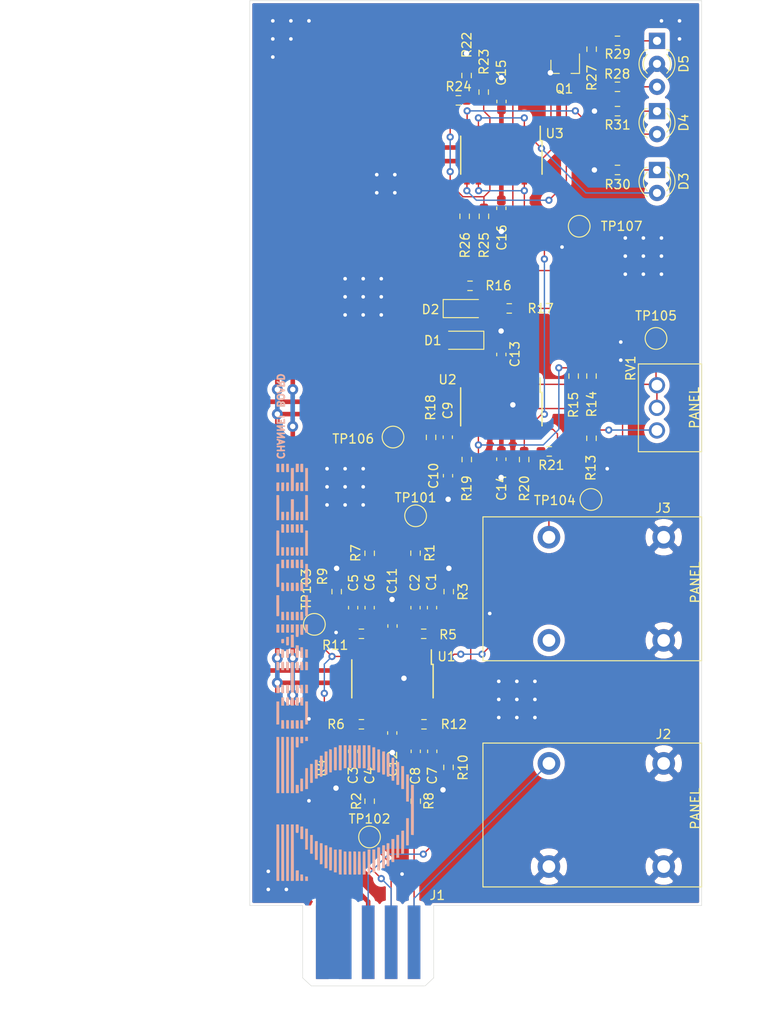
<source format=kicad_pcb>
(kicad_pcb (version 20171130) (host pcbnew "(5.1.9-0-10_14)")
  (title_block (title "OHMCODER CHANNEL BOARD") (date 2021-06-26) (rev 1) (company OHMMUSICCOLLECTIVE))
  (layers (0 F.Cu signal) (31 B.Cu signal) (34 B.Paste user) (35 F.Paste user) (36 B.SilkS user) (37 F.SilkS user) (38 B.Mask user) (39 F.Mask user) (44 Edge.Cuts user))
  (net 0 "")
  (net 1 "Net-(C1-Pad2)")
  (net 2 "Net-(C1-Pad1)")
  (net 3 "Net-(C2-Pad1)")
  (net 4 "Net-(C3-Pad2)")
  (net 5 "Net-(C3-Pad1)")
  (net 6 "Net-(C4-Pad1)")
  (net 7 "Net-(C5-Pad2)")
  (net 8 /CARRIER_BAND)
  (net 9 "Net-(C6-Pad1)")
  (net 10 "Net-(C7-Pad2)")
  (net 11 "Net-(C7-Pad1)")
  (net 12 "Net-(C8-Pad1)")
  (net 13 "Net-(C9-Pad2)")
  (net 14 "Net-(C9-Pad1)")
  (net 15 "Net-(C10-Pad2)")
  (net 16 GND)
  (net 17 "Net-(D1-Pad2)")
  (net 18 "Net-(D1-Pad1)")
  (net 19 "Net-(D2-Pad2)")
  (net 20 "Net-(D3-Pad2)")
  (net 21 "Net-(D3-Pad1)")
  (net 22 "Net-(D4-Pad2)")
  (net 23 "Net-(D4-Pad1)")
  (net 24 "Net-(D5-Pad3)")
  (net 25 "Net-(D5-Pad1)")
  (net 26 /CARRIER)
  (net 27 -12V)
  (net 28 /PROGRAM_ENV)
  (net 29 /PROGRAM_BAND)
  (net 30 /PROGRAM)
  (net 31 -2V)
  (net 32 +12V)
  (net 33 /BAND_LEDS/IN)
  (net 34 "Net-(Q1-Pad1)")
  (net 35 "Net-(R13-Pad1)")
  (net 36 "Net-(R20-Pad1)")
  (net 37 "Net-(R22-Pad2)")
  (net 38 "Net-(R23-Pad2)")
  (net 39 "Net-(R24-Pad2)")
  (net 40 "Net-(R25-Pad2)")
  (net 41 "Net-(R27-Pad2)")
  (net 42 "Net-(R28-Pad2)")
  (net 43 "Net-(J3-PadTN)")
  (module OHMCODER:345-010-521-201_Male (layer F.Cu) (at 91.05 143.27)
    (fp_text reference J1 (at 7.65 -1.12) (layer F.SilkS))
    (fp_text value Conn_02x05_Odd_Even)
    (pad 1 connect rect (at -5.08 4.064) (size 1.4 8.128) (layers F.Cu) (net 32 +12V))
    (pad 3 connect rect (at -2.54 4.064) (size 1.4 8.128) (layers F.Cu) (net 27 -12V))
    (pad 5 connect rect (at 0 4.064) (size 1.4 8.128) (layers F.Cu) (net 31 -2V))
    (pad 7 connect rect (at 2.54 4.064) (size 1.4 8.128) (layers F.Cu) (net 30 /PROGRAM))
    (pad 9 connect rect (at 5.08 4.064) (size 1.4 8.128) (layers F.Cu) (net 26 /CARRIER))
    (pad 4 connect rect (at -2.54 4.064) (size 1.4 8.128) (layers B.Cu) (net 16 GND))
    (pad 8 connect rect (at 2.54 4.064) (size 1.4 8.128) (layers B.Cu) (net 8 /CARRIER_BAND))
    (pad 10 connect rect (at 5.08 4.064) (size 1.4 8.128) (layers B.Cu) (net 28 /PROGRAM_ENV))
    (pad 2 connect rect (at -5.08 4.064) (size 1.4 8.128) (layers B.Cu) (net 16 GND))
    (pad 6 connect rect (at 0 4.064) (size 1.4 8.128) (layers B.Cu) (net 29 /PROGRAM_BAND))
  )
  (module OHMCODER:OHMCODER_46x15mm (layer B.Cu) (at 88.5 117.5 90)
    (fp_text reference G*** hide)
    (fp_text value LOGO hide)
  )
  (module TestPoint:TestPoint_Pad_D2.0mm (layer F.Cu) (at 114.4 68.2)
    (fp_text reference TP107 (at 4.7 0) (layer F.SilkS))
    (fp_text value TestPoint)
    (pad 1 smd circle (at 0 0) (size 2 2) (layers F.Cu F.Mask) (net 33 /BAND_LEDS/IN))
  )
  (module TestPoint:TestPoint_Pad_D2.0mm (layer F.Cu) (at 93.8 91.5)
    (fp_text reference TP106 (at -4.4 0.2) (layer F.SilkS))
    (fp_text value TestPoint)
    (pad 1 smd circle (at 0 0) (size 2 2) (layers F.Cu F.Mask) (net 14 "Net-(C9-Pad1)"))
  )
  (module TestPoint:TestPoint_Pad_D2.0mm (layer F.Cu) (at 122.9 80.6)
    (fp_text reference TP105 (at 0 -2.5) (layer F.SilkS))
    (fp_text value TestPoint)
    (pad 1 smd circle (at 0 0) (size 2 2) (layers F.Cu F.Mask) (net 29 /PROGRAM_BAND))
  )
  (module TestPoint:TestPoint_Pad_D2.0mm (layer F.Cu) (at 115.7 98.4)
    (fp_text reference TP104 (at -4 0.1) (layer F.SilkS))
    (fp_text value TestPoint)
    (pad 1 smd circle (at 0 0) (size 2 2) (layers F.Cu F.Mask) (net 11 "Net-(C7-Pad1)"))
  )
  (module TestPoint:TestPoint_Pad_D2.0mm (layer F.Cu) (at 85.1 112.2)
    (fp_text reference TP103 (at -0.9 -3.9 90) (layer F.SilkS))
    (fp_text value TestPoint)
    (pad 1 smd circle (at 0 0) (size 2 2) (layers F.Cu F.Mask) (net 8 /CARRIER_BAND))
  )
  (module TestPoint:TestPoint_Pad_D2.0mm (layer F.Cu) (at 91.2 135.7)
    (fp_text reference TP102 (at 0 -1.998) (layer F.SilkS))
    (fp_text value TestPoint)
    (pad 1 smd circle (at 0 0) (size 2 2) (layers F.Cu F.Mask) (net 30 /PROGRAM))
  )
  (module TestPoint:TestPoint_Pad_D2.0mm (layer F.Cu) (at 96.3 100.2)
    (fp_text reference TP101 (at 0 -1.998) (layer F.SilkS))
    (fp_text value TestPoint)
    (pad 1 smd circle (at 0 0) (size 2 2) (layers F.Cu F.Mask) (net 26 /CARRIER))
  )
  (module Diode_SMD:D_SOD-123 (layer F.Cu) (at 101.6 77.3)
    (fp_text reference D2 (at -3.65 0.1) (layer F.SilkS))
    (fp_text value 1N4148)
    (pad 2 smd rect (at 1.65 0) (size 0.9 1.2) (layers F.Cu F.Paste F.Mask) (net 19 "Net-(D2-Pad2)"))
    (pad 1 smd rect (at -1.65 0) (size 0.9 1.2) (layers F.Cu F.Paste F.Mask) (net 17 "Net-(D1-Pad2)"))
  )
  (module Diode_SMD:D_SOD-123 (layer F.Cu) (at 101.6 80.8 180)
    (fp_text reference D1 (at 3.4 -0.03) (layer F.SilkS))
    (fp_text value 1N4148)
    (pad 2 smd rect (at 1.65 0 180) (size 0.9 1.2) (layers F.Cu F.Paste F.Mask) (net 17 "Net-(D1-Pad2)"))
    (pad 1 smd rect (at -1.65 0 180) (size 0.9 1.2) (layers F.Cu F.Paste F.Mask) (net 18 "Net-(D1-Pad1)"))
  )
  (module Capacitor_SMD:C_0603_1608Metric_Pad1.08x0.95mm_HandSolder (layer F.Cu) (at 105.785 66.2125 90)
    (fp_text reference C16 (at -3.2375 0.05 90) (layer F.SilkS))
    (fp_text value 100n)
    (pad 2 smd roundrect (at 0.8625 0 90) (size 1.075 0.95) (layers F.Cu F.Paste F.Mask) (net 27 -12V))
    (pad 1 smd roundrect (at -0.8625 0 90) (size 1.075 0.95) (layers F.Cu F.Paste F.Mask) (net 16 GND))
  )
  (module Capacitor_SMD:C_0603_1608Metric_Pad1.08x0.95mm_HandSolder (layer F.Cu) (at 105.8 54.4125 90)
    (fp_text reference C15 (at 3.1875 -0.025 90) (layer F.SilkS))
    (fp_text value 100n)
    (pad 2 smd roundrect (at 0.8625 0 90) (size 1.075 0.95) (layers F.Cu F.Paste F.Mask) (net 16 GND))
    (pad 1 smd roundrect (at -0.8625 0 90) (size 1.075 0.95) (layers F.Cu F.Paste F.Mask) (net 32 +12V))
  )
  (module Capacitor_SMD:C_0603_1608Metric_Pad1.08x0.95mm_HandSolder (layer F.Cu) (at 105.785 93.9475 90)
    (fp_text reference C14 (at -3.1625 0.025 90) (layer F.SilkS))
    (fp_text value 100n)
    (pad 2 smd roundrect (at 0.8625 0 90) (size 1.075 0.95) (layers F.Cu F.Paste F.Mask) (net 27 -12V))
    (pad 1 smd roundrect (at -0.8625 0 90) (size 1.075 0.95) (layers F.Cu F.Paste F.Mask) (net 16 GND))
  )
  (module Capacitor_SMD:C_0603_1608Metric_Pad1.08x0.95mm_HandSolder (layer F.Cu) (at 105.785 82.3725 90)
    (fp_text reference C13 (at 0.0375 1.5 90) (layer F.SilkS))
    (fp_text value 100n)
    (pad 2 smd roundrect (at 0.8625 0 90) (size 1.075 0.95) (layers F.Cu F.Paste F.Mask) (net 16 GND))
    (pad 1 smd roundrect (at -0.8625 0 90) (size 1.075 0.95) (layers F.Cu F.Paste F.Mask) (net 32 +12V))
  )
  (module Capacitor_SMD:C_0603_1608Metric_Pad1.08x0.95mm_HandSolder (layer F.Cu) (at 93.715 124.2075 90)
    (fp_text reference C12 (at -3.4125 0.025 90) (layer F.SilkS))
    (fp_text value 100n)
    (pad 2 smd roundrect (at 0.8625 0 90) (size 1.075 0.95) (layers F.Cu F.Paste F.Mask) (net 27 -12V))
    (pad 1 smd roundrect (at -0.8625 0 90) (size 1.075 0.95) (layers F.Cu F.Paste F.Mask) (net 16 GND))
  )
  (module Capacitor_SMD:C_0603_1608Metric_Pad1.08x0.95mm_HandSolder (layer F.Cu) (at 93.74 112.3825 90)
    (fp_text reference C11 (at 4.9825 -0.04 90) (layer F.SilkS))
    (fp_text value 100n)
    (pad 2 smd roundrect (at 0.8625 0 90) (size 1.075 0.95) (layers F.Cu F.Paste F.Mask) (net 16 GND))
    (pad 1 smd roundrect (at -0.8625 0 90) (size 1.075 0.95) (layers F.Cu F.Paste F.Mask) (net 32 +12V))
  )
  (module OHMCODER:Amphenol_ACJM-MHDRM (layer F.Cu) (at 123.75 113.97)
    (fp_text reference J3 (at -0.075 -14.62) (layer F.SilkS))
    (fp_text value AudioJack2_Switch)
    (fp_text user PANEL (at 3.5 -6.4 90) (layer F.SilkS))
    (pad S thru_hole circle (at 0 -11.4) (size 2.5 2.5) (drill 1.4) (layers *.Cu *.Mask) (net 16 GND))
    (pad T thru_hole circle (at -12.7 -11.4) (size 2.5 2.5) (drill 1.4) (layers *.Cu *.Mask) (net 33 /BAND_LEDS/IN))
    (pad TN thru_hole circle (at -12.7 0) (size 2.5 2.5) (drill 1.4) (layers *.Cu *.Mask) (net 43 "Net-(J3-PadTN)"))
    (pad SN thru_hole circle (at 0 0) (size 2.5 2.5) (drill 1.4) (layers *.Cu *.Mask) (net 16 GND))
  )
  (module OHMCODER:Amphenol_ACJM-MHDRM (layer F.Cu) (at 123.75 138.97)
    (fp_text reference J2 (at -0.025 -14.62) (layer F.SilkS))
    (fp_text value AudioJack2_Switch)
    (fp_text user PANEL (at 3.5 -6.4 90) (layer F.SilkS))
    (pad S thru_hole circle (at 0 -11.4) (size 2.5 2.5) (drill 1.4) (layers *.Cu *.Mask) (net 16 GND))
    (pad T thru_hole circle (at -12.7 -11.4) (size 2.5 2.5) (drill 1.4) (layers *.Cu *.Mask) (net 28 /PROGRAM_ENV))
    (pad TN thru_hole circle (at -12.7 0) (size 2.5 2.5) (drill 1.4) (layers *.Cu *.Mask) (net 16 GND))
    (pad SN thru_hole circle (at 0 0) (size 2.5 2.5) (drill 1.4) (layers *.Cu *.Mask) (net 16 GND))
  )
  (module OHMCODER:Bourns_PTD901-2015K-A104 (layer F.Cu) (at 123 88.27 90)
    (fp_text reference RV1 (at 4.37 -2.9 90) (layer F.SilkS))
    (fp_text value 100k)
    (fp_text user PANEL (at 0 4.15 90) (layer F.SilkS))
    (pad 3 thru_hole circle (at 2.5 0 90) (size 1.8 1.8) (drill 1.2) (layers *.Cu *.Mask) (net 29 /PROGRAM_BAND))
    (pad 2 thru_hole circle (at 0 0 90) (size 1.8 1.8) (drill 1.2) (layers *.Cu *.Mask) (net 29 /PROGRAM_BAND))
    (pad 1 thru_hole circle (at -2.5 0 90) (size 1.8 1.8) (drill 1.2) (layers *.Cu *.Mask) (net 35 "Net-(R13-Pad1)"))
  )
  (module OHMCODER:TL074-SOIC-14 (layer F.Cu) (at 105.79 60.345 180)
    (fp_text reference U3 (at -5.895 2.395 180) (layer F.SilkS))
    (fp_text value TL074)
    (pad 8 smd rect (at 3.81 -2.475 180) (size 0.6 1.55) (layers F.Cu F.Paste F.Mask) (net 42 "Net-(R28-Pad2)"))
    (pad 9 smd rect (at 2.54 -2.475 180) (size 0.6 1.55) (layers F.Cu F.Paste F.Mask) (net 33 /BAND_LEDS/IN))
    (pad 10 smd rect (at 1.27 -2.475 180) (size 0.6 1.55) (layers F.Cu F.Paste F.Mask) (net 39 "Net-(R24-Pad2)"))
    (pad 11 smd rect (at 0 -2.475 180) (size 0.6 1.55) (layers F.Cu F.Paste F.Mask) (net 27 -12V))
    (pad 12 smd rect (at -1.27 -2.475 180) (size 0.6 1.55) (layers F.Cu F.Paste F.Mask) (net 40 "Net-(R25-Pad2)"))
    (pad 13 smd rect (at -2.54 -2.475 180) (size 0.6 1.55) (layers F.Cu F.Paste F.Mask) (net 33 /BAND_LEDS/IN))
    (pad 14 smd rect (at -3.81 -2.475 180) (size 0.6 1.55) (layers F.Cu F.Paste F.Mask) (net 41 "Net-(R27-Pad2)"))
    (pad 7 smd rect (at 3.81 2.475 180) (size 0.6 1.55) (layers F.Cu F.Paste F.Mask) (net 22 "Net-(D4-Pad2)"))
    (pad 6 smd rect (at 2.54 2.475 180) (size 0.6 1.55) (layers F.Cu F.Paste F.Mask) (net 33 /BAND_LEDS/IN))
    (pad 5 smd rect (at 1.27 2.475 180) (size 0.6 1.55) (layers F.Cu F.Paste F.Mask) (net 38 "Net-(R23-Pad2)"))
    (pad 4 smd rect (at 0 2.475 180) (size 0.6 1.55) (layers F.Cu F.Paste F.Mask) (net 32 +12V))
    (pad 3 smd rect (at -1.27 2.475 180) (size 0.6 1.55) (layers F.Cu F.Paste F.Mask) (net 37 "Net-(R22-Pad2)"))
    (pad 2 smd rect (at -2.54 2.475 180) (size 0.6 1.55) (layers F.Cu F.Paste F.Mask) (net 33 /BAND_LEDS/IN))
    (pad 1 smd rect (at -3.81 2.475 180) (size 0.6 1.55) (layers F.Cu F.Paste F.Mask) (net 20 "Net-(D3-Pad2)"))
  )
  (module OHMCODER:TL074-SOIC-14 (layer F.Cu) (at 105.785 88.16 180)
    (fp_text reference U2 (at 5.955 3.005 180) (layer F.SilkS))
    (fp_text value TL074)
    (pad 8 smd rect (at 3.81 -2.475 180) (size 0.6 1.55) (layers F.Cu F.Paste F.Mask) (net 14 "Net-(C9-Pad1)"))
    (pad 9 smd rect (at 2.54 -2.475 180) (size 0.6 1.55) (layers F.Cu F.Paste F.Mask) (net 13 "Net-(C9-Pad2)"))
    (pad 10 smd rect (at 1.27 -2.475 180) (size 0.6 1.55) (layers F.Cu F.Paste F.Mask) (net 16 GND))
    (pad 11 smd rect (at 0 -2.475 180) (size 0.6 1.55) (layers F.Cu F.Paste F.Mask) (net 27 -12V))
    (pad 12 smd rect (at -1.27 -2.475 180) (size 0.6 1.55) (layers F.Cu F.Paste F.Mask) (net 16 GND))
    (pad 13 smd rect (at -2.54 -2.475 180) (size 0.6 1.55) (layers F.Cu F.Paste F.Mask) (net 36 "Net-(R20-Pad1)"))
    (pad 14 smd rect (at -3.81 -2.475 180) (size 0.6 1.55) (layers F.Cu F.Paste F.Mask) (net 33 /BAND_LEDS/IN))
    (pad 7 smd rect (at 3.81 2.475 180) (size 0.6 1.55) (layers F.Cu F.Paste F.Mask) (net 17 "Net-(D1-Pad2)"))
    (pad 6 smd rect (at 2.54 2.475 180) (size 0.6 1.55) (layers F.Cu F.Paste F.Mask) (net 18 "Net-(D1-Pad1)"))
    (pad 5 smd rect (at 1.27 2.475 180) (size 0.6 1.55) (layers F.Cu F.Paste F.Mask) (net 16 GND))
    (pad 4 smd rect (at 0 2.475 180) (size 0.6 1.55) (layers F.Cu F.Paste F.Mask) (net 32 +12V))
    (pad 3 smd rect (at -1.27 2.475 180) (size 0.6 1.55) (layers F.Cu F.Paste F.Mask) (net 16 GND))
    (pad 2 smd rect (at -2.54 2.475 180) (size 0.6 1.55) (layers F.Cu F.Paste F.Mask) (net 35 "Net-(R13-Pad1)"))
    (pad 1 smd rect (at -3.81 2.475 180) (size 0.6 1.55) (layers F.Cu F.Paste F.Mask) (net 29 /PROGRAM_BAND))
  )
  (module OHMCODER:TL074-SOIC-14 (layer F.Cu) (at 93.74 118.22 180)
    (fp_text reference U1 (at -5.975 2.45 180) (layer F.SilkS))
    (fp_text value TL074)
    (pad 8 smd rect (at 3.81 -2.475 180) (size 0.6 1.55) (layers F.Cu F.Paste F.Mask) (net 5 "Net-(C3-Pad1)"))
    (pad 9 smd rect (at 2.54 -2.475 180) (size 0.6 1.55) (layers F.Cu F.Paste F.Mask) (net 6 "Net-(C4-Pad1)"))
    (pad 10 smd rect (at 1.27 -2.475 180) (size 0.6 1.55) (layers F.Cu F.Paste F.Mask) (net 16 GND))
    (pad 11 smd rect (at 0 -2.475 180) (size 0.6 1.55) (layers F.Cu F.Paste F.Mask) (net 27 -12V))
    (pad 12 smd rect (at -1.27 -2.475 180) (size 0.6 1.55) (layers F.Cu F.Paste F.Mask) (net 16 GND))
    (pad 13 smd rect (at -2.54 -2.475 180) (size 0.6 1.55) (layers F.Cu F.Paste F.Mask) (net 12 "Net-(C8-Pad1)"))
    (pad 14 smd rect (at -3.81 -2.475 180) (size 0.6 1.55) (layers F.Cu F.Paste F.Mask) (net 11 "Net-(C7-Pad1)"))
    (pad 7 smd rect (at 3.81 2.475 180) (size 0.6 1.55) (layers F.Cu F.Paste F.Mask) (net 8 /CARRIER_BAND))
    (pad 6 smd rect (at 2.54 2.475 180) (size 0.6 1.55) (layers F.Cu F.Paste F.Mask) (net 9 "Net-(C6-Pad1)"))
    (pad 5 smd rect (at 1.27 2.475 180) (size 0.6 1.55) (layers F.Cu F.Paste F.Mask) (net 16 GND))
    (pad 4 smd rect (at 0 2.475 180) (size 0.6 1.55) (layers F.Cu F.Paste F.Mask) (net 32 +12V))
    (pad 3 smd rect (at -1.27 2.475 180) (size 0.6 1.55) (layers F.Cu F.Paste F.Mask) (net 16 GND))
    (pad 2 smd rect (at -2.54 2.475 180) (size 0.6 1.55) (layers F.Cu F.Paste F.Mask) (net 3 "Net-(C2-Pad1)"))
    (pad 1 smd rect (at -3.81 2.475 180) (size 0.6 1.55) (layers F.Cu F.Paste F.Mask) (net 2 "Net-(C1-Pad1)"))
  )
  (module Resistor_SMD:R_0603_1608Metric_Pad0.98x0.95mm_HandSolder (layer F.Cu) (at 118.635 55.48)
    (fp_text reference R31 (at 0.01 1.52) (layer F.SilkS))
    (fp_text value 470)
    (pad 2 smd roundrect (at 0.9125 0) (size 0.975 0.95) (layers F.Cu F.Paste F.Mask) (net 23 "Net-(D4-Pad1)"))
    (pad 1 smd roundrect (at -0.9125 0) (size 0.975 0.95) (layers F.Cu F.Paste F.Mask) (net 16 GND))
  )
  (module Resistor_SMD:R_0603_1608Metric_Pad0.98x0.95mm_HandSolder (layer F.Cu) (at 118.635 61.98)
    (fp_text reference R30 (at 0.02 1.61) (layer F.SilkS))
    (fp_text value 470)
    (pad 2 smd roundrect (at 0.9125 0) (size 0.975 0.95) (layers F.Cu F.Paste F.Mask) (net 21 "Net-(D3-Pad1)"))
    (pad 1 smd roundrect (at -0.9125 0) (size 0.975 0.95) (layers F.Cu F.Paste F.Mask) (net 16 GND))
  )
  (module Resistor_SMD:R_0603_1608Metric_Pad0.98x0.95mm_HandSolder (layer F.Cu) (at 118.635 47.71 180)
    (fp_text reference R29 (at -0.01 -1.46) (layer F.SilkS))
    (fp_text value 470)
    (pad 2 smd roundrect (at 0.9125 0 180) (size 0.975 0.95) (layers F.Cu F.Paste F.Mask) (net 41 "Net-(R27-Pad2)"))
    (pad 1 smd roundrect (at -0.9125 0 180) (size 0.975 0.95) (layers F.Cu F.Paste F.Mask) (net 25 "Net-(D5-Pad1)"))
  )
  (module Resistor_SMD:R_0603_1608Metric_Pad0.98x0.95mm_HandSolder (layer F.Cu) (at 118.635 52.79 180)
    (fp_text reference R28 (at 0.03 1.41) (layer F.SilkS))
    (fp_text value 470)
    (pad 2 smd roundrect (at 0.9125 0 180) (size 0.975 0.95) (layers F.Cu F.Paste F.Mask) (net 42 "Net-(R28-Pad2)"))
    (pad 1 smd roundrect (at -0.9125 0 180) (size 0.975 0.95) (layers F.Cu F.Paste F.Mask) (net 24 "Net-(D5-Pad3)"))
  )
  (module Resistor_SMD:R_0603_1608Metric_Pad0.98x0.95mm_HandSolder (layer F.Cu) (at 115.775 48.63 90)
    (fp_text reference R27 (at -3.17 0.02 90) (layer F.SilkS))
    (fp_text value 1k)
    (pad 2 smd roundrect (at 0.9125 0 90) (size 0.975 0.95) (layers F.Cu F.Paste F.Mask) (net 41 "Net-(R27-Pad2)"))
    (pad 1 smd roundrect (at -0.9125 0 90) (size 0.975 0.95) (layers F.Cu F.Paste F.Mask) (net 34 "Net-(Q1-Pad1)"))
  )
  (module Resistor_SMD:R_0603_1608Metric_Pad0.98x0.95mm_HandSolder (layer F.Cu) (at 101.725 67.1 90)
    (fp_text reference R26 (at -3.2 0.05 90) (layer F.SilkS))
    (fp_text value 27k)
    (pad 1 smd roundrect (at -0.9125 0 90) (size 0.975 0.95) (layers F.Cu F.Paste F.Mask) (net 40 "Net-(R25-Pad2)"))
    (pad 2 smd roundrect (at 0.9125 0 90) (size 0.975 0.95) (layers F.Cu F.Paste F.Mask) (net 31 -2V))
  )
  (module Resistor_SMD:R_0603_1608Metric_Pad0.98x0.95mm_HandSolder (layer F.Cu) (at 103.86 67.1 270)
    (fp_text reference R25 (at 3.2 -0.015 90) (layer F.SilkS))
    (fp_text value 27k)
    (pad 2 smd roundrect (at 0.9125 0 270) (size 0.975 0.95) (layers F.Cu F.Paste F.Mask) (net 40 "Net-(R25-Pad2)"))
    (pad 1 smd roundrect (at -0.9125 0 270) (size 0.975 0.95) (layers F.Cu F.Paste F.Mask) (net 39 "Net-(R24-Pad2)"))
  )
  (module Resistor_SMD:R_0603_1608Metric_Pad0.98x0.95mm_HandSolder (layer F.Cu) (at 101.03 54.29 180)
    (fp_text reference R24 (at -0.025 1.525) (layer F.SilkS))
    (fp_text value 27k)
    (pad 2 smd roundrect (at 0.9125 0 180) (size 0.975 0.95) (layers F.Cu F.Paste F.Mask) (net 39 "Net-(R24-Pad2)"))
    (pad 1 smd roundrect (at -0.9125 0 180) (size 0.975 0.95) (layers F.Cu F.Paste F.Mask) (net 38 "Net-(R23-Pad2)"))
  )
  (module Resistor_SMD:R_0603_1608Metric_Pad0.98x0.95mm_HandSolder (layer F.Cu) (at 103.835 53.375 270)
    (fp_text reference R23 (at -3.35 -0.025 90) (layer F.SilkS))
    (fp_text value 18k)
    (pad 2 smd roundrect (at 0.9125 0 270) (size 0.975 0.95) (layers F.Cu F.Paste F.Mask) (net 38 "Net-(R23-Pad2)"))
    (pad 1 smd roundrect (at -0.9125 0 270) (size 0.975 0.95) (layers F.Cu F.Paste F.Mask) (net 37 "Net-(R22-Pad2)"))
  )
  (module Resistor_SMD:R_0603_1608Metric_Pad0.98x0.95mm_HandSolder (layer F.Cu) (at 101.94 51.54 270)
    (fp_text reference R22 (at -3.375 -0.025 90) (layer F.SilkS))
    (fp_text value 4.7k)
    (pad 2 smd roundrect (at 0.9125 0 270) (size 0.975 0.95) (layers F.Cu F.Paste F.Mask) (net 37 "Net-(R22-Pad2)"))
    (pad 1 smd roundrect (at -0.9125 0 270) (size 0.975 0.95) (layers F.Cu F.Paste F.Mask) (net 16 GND))
  )
  (module Resistor_SMD:R_0603_1608Metric_Pad0.98x0.95mm_HandSolder (layer F.Cu) (at 111.085 93.085 180)
    (fp_text reference R21 (at -0.225 -1.525) (layer F.SilkS))
    (fp_text value 100k)
    (pad 2 smd roundrect (at 0.9125 0 180) (size 0.975 0.95) (layers F.Cu F.Paste F.Mask) (net 36 "Net-(R20-Pad1)"))
    (pad 1 smd roundrect (at -0.9125 0 180) (size 0.975 0.95) (layers F.Cu F.Paste F.Mask) (net 33 /BAND_LEDS/IN))
  )
  (module Resistor_SMD:R_0603_1608Metric_Pad0.98x0.95mm_HandSolder (layer F.Cu) (at 108.31 93.985 270)
    (fp_text reference R20 (at 3.2 -0.025 270) (layer F.SilkS))
    (fp_text value 100k)
    (pad 2 smd roundrect (at 0.9125 0 270) (size 0.975 0.95) (layers F.Cu F.Paste F.Mask) (net 15 "Net-(C10-Pad2)"))
    (pad 1 smd roundrect (at -0.9125 0 270) (size 0.975 0.95) (layers F.Cu F.Paste F.Mask) (net 36 "Net-(R20-Pad1)"))
  )
  (module Resistor_SMD:R_0603_1608Metric_Pad0.98x0.95mm_HandSolder (layer F.Cu) (at 101.96 93.985 90)
    (fp_text reference R19 (at -3.2 0 90) (layer F.SilkS))
    (fp_text value 10k)
    (pad 2 smd roundrect (at 0.9125 0 90) (size 0.975 0.95) (layers F.Cu F.Paste F.Mask) (net 14 "Net-(C9-Pad1)"))
    (pad 1 smd roundrect (at -0.9125 0 90) (size 0.975 0.95) (layers F.Cu F.Paste F.Mask) (net 15 "Net-(C10-Pad2)"))
  )
  (module Resistor_SMD:R_0603_1608Metric_Pad0.98x0.95mm_HandSolder (layer F.Cu) (at 98.01 91.535 270)
    (fp_text reference R18 (at -3.3 0.05 90) (layer F.SilkS))
    (fp_text value 10k)
    (pad 2 smd roundrect (at 0.9125 0 270) (size 0.975 0.95) (layers F.Cu F.Paste F.Mask) (net 13 "Net-(C9-Pad2)"))
    (pad 1 smd roundrect (at -0.9125 0 270) (size 0.975 0.95) (layers F.Cu F.Paste F.Mask) (net 14 "Net-(C9-Pad1)"))
  )
  (module Resistor_SMD:R_0603_1608Metric_Pad0.98x0.95mm_HandSolder (layer F.Cu) (at 106.66 77.285 180)
    (fp_text reference R17 (at -3.475 0) (layer F.SilkS))
    (fp_text value 10k)
    (pad 2 smd roundrect (at 0.9125 0 180) (size 0.975 0.95) (layers F.Cu F.Paste F.Mask) (net 19 "Net-(D2-Pad2)"))
    (pad 1 smd roundrect (at -0.9125 0 180) (size 0.975 0.95) (layers F.Cu F.Paste F.Mask) (net 13 "Net-(C9-Pad2)"))
  )
  (module Resistor_SMD:R_0603_1608Metric_Pad0.98x0.95mm_HandSolder (layer F.Cu) (at 102.3225 74.785 180)
    (fp_text reference R16 (at -3.15 0.025) (layer F.SilkS))
    (fp_text value 10k)
    (pad 2 smd roundrect (at 0.9125 0 180) (size 0.975 0.95) (layers F.Cu F.Paste F.Mask) (net 18 "Net-(D1-Pad1)"))
    (pad 1 smd roundrect (at -0.9125 0 180) (size 0.975 0.95) (layers F.Cu F.Paste F.Mask) (net 19 "Net-(D2-Pad2)"))
  )
  (module Resistor_SMD:R_0603_1608Metric_Pad0.98x0.95mm_HandSolder (layer F.Cu) (at 113.785 84.76 270)
    (fp_text reference R15 (at 3.19 0.02 90) (layer F.SilkS))
    (fp_text value 10k)
    (pad 2 smd roundrect (at 0.9125 0 270) (size 0.975 0.95) (layers F.Cu F.Paste F.Mask) (net 29 /PROGRAM_BAND))
    (pad 1 smd roundrect (at -0.9125 0 270) (size 0.975 0.95) (layers F.Cu F.Paste F.Mask) (net 13 "Net-(C9-Pad2)"))
  )
  (module Resistor_SMD:R_0603_1608Metric_Pad0.98x0.95mm_HandSolder (layer F.Cu) (at 115.76 84.76 270)
    (fp_text reference R14 (at 3.105 -0.025 90) (layer F.SilkS))
    (fp_text value 10k)
    (pad 2 smd roundrect (at 0.9125 0 270) (size 0.975 0.95) (layers F.Cu F.Paste F.Mask) (net 29 /PROGRAM_BAND))
    (pad 1 smd roundrect (at -0.9125 0 270) (size 0.975 0.95) (layers F.Cu F.Paste F.Mask) (net 18 "Net-(D1-Pad1)"))
  )
  (module Resistor_SMD:R_0603_1608Metric_Pad0.98x0.95mm_HandSolder (layer F.Cu) (at 115.76 91.635 270)
    (fp_text reference R13 (at 3.27 0.07 90) (layer F.SilkS))
    (fp_text value 50k)
    (pad 2 smd roundrect (at 0.9125 0 270) (size 0.975 0.95) (layers F.Cu F.Paste F.Mask) (net 11 "Net-(C7-Pad1)"))
    (pad 1 smd roundrect (at -0.9125 0 270) (size 0.975 0.95) (layers F.Cu F.Paste F.Mask) (net 35 "Net-(R13-Pad1)"))
  )
  (module Resistor_SMD:R_0603_1608Metric_Pad0.98x0.95mm_HandSolder (layer F.Cu) (at 97.2275 123.245)
    (fp_text reference R12 (at 3.3 0) (layer F.SilkS))
    (fp_text value 120k)
    (pad 2 smd roundrect (at 0.9125 0) (size 0.975 0.95) (layers F.Cu F.Paste F.Mask) (net 11 "Net-(C7-Pad1)"))
    (pad 1 smd roundrect (at -0.9125 0) (size 0.975 0.95) (layers F.Cu F.Paste F.Mask) (net 12 "Net-(C8-Pad1)"))
  )
  (module Resistor_SMD:R_0603_1608Metric_Pad0.98x0.95mm_HandSolder (layer F.Cu) (at 90.3025 113.245 180)
    (fp_text reference R11 (at 2.9025 -1.255) (layer F.SilkS))
    (fp_text value 120k)
    (pad 2 smd roundrect (at 0.9125 0 180) (size 0.975 0.95) (layers F.Cu F.Paste F.Mask) (net 8 /CARRIER_BAND))
    (pad 1 smd roundrect (at -0.9125 0 180) (size 0.975 0.95) (layers F.Cu F.Paste F.Mask) (net 9 "Net-(C6-Pad1)"))
  )
  (module Resistor_SMD:R_0603_1608Metric_Pad0.98x0.95mm_HandSolder (layer F.Cu) (at 99.94 128.0075 90)
    (fp_text reference R10 (at -0.0125 1.6 90) (layer F.SilkS))
    (fp_text value 1.2k)
    (pad 2 smd roundrect (at 0.9125 0 90) (size 0.975 0.95) (layers F.Cu F.Paste F.Mask) (net 10 "Net-(C7-Pad2)"))
    (pad 1 smd roundrect (at -0.9125 0 90) (size 0.975 0.95) (layers F.Cu F.Paste F.Mask) (net 16 GND))
  )
  (module Resistor_SMD:R_0603_1608Metric_Pad0.98x0.95mm_HandSolder (layer F.Cu) (at 87.565 108.5825 270)
    (fp_text reference R9 (at -1.6825 1.565 90) (layer F.SilkS))
    (fp_text value 1.2k)
    (pad 2 smd roundrect (at 0.9125 0 270) (size 0.975 0.95) (layers F.Cu F.Paste F.Mask) (net 7 "Net-(C5-Pad2)"))
    (pad 1 smd roundrect (at -0.9125 0 270) (size 0.975 0.95) (layers F.Cu F.Paste F.Mask) (net 16 GND))
  )
  (module Resistor_SMD:R_0603_1608Metric_Pad0.98x0.95mm_HandSolder (layer F.Cu) (at 96.315 131.745 270)
    (fp_text reference R8 (at -0.025 -1.45 90) (layer F.SilkS))
    (fp_text value 20k)
    (pad 2 smd roundrect (at 0.9125 0 270) (size 0.975 0.95) (layers F.Cu F.Paste F.Mask) (net 5 "Net-(C3-Pad1)"))
    (pad 1 smd roundrect (at -0.9125 0 270) (size 0.975 0.95) (layers F.Cu F.Paste F.Mask) (net 10 "Net-(C7-Pad2)"))
  )
  (module Resistor_SMD:R_0603_1608Metric_Pad0.98x0.95mm_HandSolder (layer F.Cu) (at 91.215 104.345 90)
    (fp_text reference R7 (at 0.02 -1.54 90) (layer F.SilkS))
    (fp_text value 20k)
    (pad 2 smd roundrect (at 0.9125 0 90) (size 0.975 0.95) (layers F.Cu F.Paste F.Mask) (net 2 "Net-(C1-Pad1)"))
    (pad 1 smd roundrect (at -0.9125 0 90) (size 0.975 0.95) (layers F.Cu F.Paste F.Mask) (net 7 "Net-(C5-Pad2)"))
  )
  (module Resistor_SMD:R_0603_1608Metric_Pad0.98x0.95mm_HandSolder (layer F.Cu) (at 90.3025 123.245 180)
    (fp_text reference R6 (at 2.8125 0) (layer F.SilkS))
    (fp_text value 200k)
    (pad 2 smd roundrect (at 0.9125 0 180) (size 0.975 0.95) (layers F.Cu F.Paste F.Mask) (net 5 "Net-(C3-Pad1)"))
    (pad 1 smd roundrect (at -0.9125 0 180) (size 0.975 0.95) (layers F.Cu F.Paste F.Mask) (net 6 "Net-(C4-Pad1)"))
  )
  (module Resistor_SMD:R_0603_1608Metric_Pad0.98x0.95mm_HandSolder (layer F.Cu) (at 97.1975 113.245)
    (fp_text reference R5 (at 2.6875 0.1) (layer F.SilkS))
    (fp_text value 200k)
    (pad 2 smd roundrect (at 0.9125 0) (size 0.975 0.95) (layers F.Cu F.Paste F.Mask) (net 2 "Net-(C1-Pad1)"))
    (pad 1 smd roundrect (at -0.9125 0) (size 0.975 0.95) (layers F.Cu F.Paste F.Mask) (net 3 "Net-(C2-Pad1)"))
  )
  (module Resistor_SMD:R_0603_1608Metric_Pad0.98x0.95mm_HandSolder (layer F.Cu) (at 87.49 128.0075 90)
    (fp_text reference R4 (at -0.0625 -1.625 90) (layer F.SilkS))
    (fp_text value 2k)
    (pad 2 smd roundrect (at 0.9125 0 90) (size 0.975 0.95) (layers F.Cu F.Paste F.Mask) (net 4 "Net-(C3-Pad2)"))
    (pad 1 smd roundrect (at -0.9125 0 90) (size 0.975 0.95) (layers F.Cu F.Paste F.Mask) (net 16 GND))
  )
  (module Resistor_SMD:R_0603_1608Metric_Pad0.98x0.95mm_HandSolder (layer F.Cu) (at 99.965 108.5825 270)
    (fp_text reference R3 (at 0.0125 -1.575 90) (layer F.SilkS))
    (fp_text value 2k)
    (pad 2 smd roundrect (at 0.9125 0 270) (size 0.975 0.95) (layers F.Cu F.Paste F.Mask) (net 1 "Net-(C1-Pad2)"))
    (pad 1 smd roundrect (at -0.9125 0 270) (size 0.975 0.95) (layers F.Cu F.Paste F.Mask) (net 16 GND))
  )
  (module Resistor_SMD:R_0603_1608Metric_Pad0.98x0.95mm_HandSolder (layer F.Cu) (at 91.215 131.745 270)
    (fp_text reference R2 (at 0.005 1.465 90) (layer F.SilkS))
    (fp_text value 33k)
    (pad 2 smd roundrect (at 0.9125 0 270) (size 0.975 0.95) (layers F.Cu F.Paste F.Mask) (net 30 /PROGRAM))
    (pad 1 smd roundrect (at -0.9125 0 270) (size 0.975 0.95) (layers F.Cu F.Paste F.Mask) (net 4 "Net-(C3-Pad2)"))
  )
  (module Resistor_SMD:R_0603_1608Metric_Pad0.98x0.95mm_HandSolder (layer F.Cu) (at 96.29 104.3325 90)
    (fp_text reference R1 (at 0.0225 1.58 90) (layer F.SilkS))
    (fp_text value 33k)
    (pad 2 smd roundrect (at 0.9125 0 90) (size 0.975 0.95) (layers F.Cu F.Paste F.Mask) (net 26 /CARRIER))
    (pad 1 smd roundrect (at -0.9125 0 90) (size 0.975 0.95) (layers F.Cu F.Paste F.Mask) (net 1 "Net-(C1-Pad2)"))
  )
  (module Package_TO_SOT_SMD:SOT-23 (layer F.Cu) (at 112.85 50.55 270)
    (fp_text reference Q1 (at 2.46 0.1 180) (layer F.SilkS))
    (fp_text value MMBTA42)
    (pad 3 smd rect (at 1 0 270) (size 0.9 0.8) (layers F.Cu F.Paste F.Mask) (net 24 "Net-(D5-Pad3)"))
    (pad 2 smd rect (at -1 0.95 270) (size 0.9 0.8) (layers F.Cu F.Paste F.Mask) (net 16 GND))
    (pad 1 smd rect (at -1 -0.95 270) (size 0.9 0.8) (layers F.Cu F.Paste F.Mask) (net 34 "Net-(Q1-Pad1)"))
  )
  (module LED_THT:LED_D3.0mm-3 (layer F.Cu) (at 123.01 47.71 270)
    (fp_text reference D5 (at 2.54 -2.96 90) (layer F.SilkS))
    (fp_text value LED_Dual_ACA)
    (pad 3 thru_hole circle (at 5.08 0 270) (size 1.8 1.8) (drill 0.9) (layers *.Cu *.Mask) (net 24 "Net-(D5-Pad3)"))
    (pad 2 thru_hole circle (at 2.54 0 270) (size 1.8 1.8) (drill 0.9) (layers *.Cu *.Mask) (net 16 GND))
    (pad 1 thru_hole rect (at 0 0 270) (size 1.8 1.8) (drill 0.9) (layers *.Cu *.Mask) (net 25 "Net-(D5-Pad1)"))
  )
  (module LED_THT:LED_D3.0mm (layer F.Cu) (at 123.01 55.48 270)
    (fp_text reference D4 (at 1.27 -2.96 90) (layer F.SilkS))
    (fp_text value LED)
    (pad 2 thru_hole circle (at 2.54 0 270) (size 1.8 1.8) (drill 0.9) (layers *.Cu *.Mask) (net 22 "Net-(D4-Pad2)"))
    (pad 1 thru_hole rect (at 0 0 270) (size 1.8 1.8) (drill 0.9) (layers *.Cu *.Mask) (net 23 "Net-(D4-Pad1)"))
  )
  (module LED_THT:LED_D3.0mm (layer F.Cu) (at 123.01 61.98 270)
    (fp_text reference D3 (at 1.27 -2.96 90) (layer F.SilkS))
    (fp_text value LED)
    (pad 2 thru_hole circle (at 2.54 0 270) (size 1.8 1.8) (drill 0.9) (layers *.Cu *.Mask) (net 20 "Net-(D3-Pad2)"))
    (pad 1 thru_hole rect (at 0 0 270) (size 1.8 1.8) (drill 0.9) (layers *.Cu *.Mask) (net 21 "Net-(D3-Pad1)"))
  )
  (module Capacitor_SMD:C_0603_1608Metric_Pad1.08x0.95mm_HandSolder (layer F.Cu) (at 99.885 95.7725 90)
    (fp_text reference C10 (at -0.0125 -1.6 90) (layer F.SilkS))
    (fp_text value 680n)
    (pad 2 smd roundrect (at 0.8625 0 90) (size 1.075 0.95) (layers F.Cu F.Paste F.Mask) (net 15 "Net-(C10-Pad2)"))
    (pad 1 smd roundrect (at -0.8625 0 90) (size 1.075 0.95) (layers F.Cu F.Paste F.Mask) (net 16 GND))
  )
  (module Capacitor_SMD:C_0603_1608Metric_Pad1.08x0.95mm_HandSolder (layer F.Cu) (at 99.86 91.51 270)
    (fp_text reference C9 (at -2.95 0 90) (layer F.SilkS))
    (fp_text value 680n)
    (pad 2 smd roundrect (at 0.8625 0 270) (size 1.075 0.95) (layers F.Cu F.Paste F.Mask) (net 13 "Net-(C9-Pad2)"))
    (pad 1 smd roundrect (at -0.8625 0 270) (size 1.075 0.95) (layers F.Cu F.Paste F.Mask) (net 14 "Net-(C9-Pad1)"))
  )
  (module Capacitor_SMD:C_0603_1608Metric_Pad1.08x0.95mm_HandSolder (layer F.Cu) (at 96.315 126.2325 270)
    (fp_text reference C8 (at 2.7075 0.045 90) (layer F.SilkS))
    (fp_text value X)
    (pad 2 smd roundrect (at 0.8625 0 270) (size 1.075 0.95) (layers F.Cu F.Paste F.Mask) (net 10 "Net-(C7-Pad2)"))
    (pad 1 smd roundrect (at -0.8625 0 270) (size 1.075 0.95) (layers F.Cu F.Paste F.Mask) (net 12 "Net-(C8-Pad1)"))
  )
  (module Capacitor_SMD:C_0603_1608Metric_Pad1.08x0.95mm_HandSolder (layer F.Cu) (at 98.14 126.2325 270)
    (fp_text reference C7 (at 2.6975 -0.005 90) (layer F.SilkS))
    (fp_text value X)
    (pad 2 smd roundrect (at 0.8625 0 270) (size 1.075 0.95) (layers F.Cu F.Paste F.Mask) (net 10 "Net-(C7-Pad2)"))
    (pad 1 smd roundrect (at -0.8625 0 270) (size 1.075 0.95) (layers F.Cu F.Paste F.Mask) (net 11 "Net-(C7-Pad1)"))
  )
  (module Capacitor_SMD:C_0603_1608Metric_Pad1.08x0.95mm_HandSolder (layer F.Cu) (at 91.215 110.3575 90)
    (fp_text reference C6 (at 2.79 0.015 90) (layer F.SilkS))
    (fp_text value X)
    (pad 2 smd roundrect (at 0.8625 0 90) (size 1.075 0.95) (layers F.Cu F.Paste F.Mask) (net 7 "Net-(C5-Pad2)"))
    (pad 1 smd roundrect (at -0.8625 0 90) (size 1.075 0.95) (layers F.Cu F.Paste F.Mask) (net 9 "Net-(C6-Pad1)"))
  )
  (module Capacitor_SMD:C_0603_1608Metric_Pad1.08x0.95mm_HandSolder (layer F.Cu) (at 89.39 110.3575 90)
    (fp_text reference C5 (at 2.7375 0.025 90) (layer F.SilkS))
    (fp_text value X)
    (pad 2 smd roundrect (at 0.8625 0 90) (size 1.075 0.95) (layers F.Cu F.Paste F.Mask) (net 7 "Net-(C5-Pad2)"))
    (pad 1 smd roundrect (at -0.8625 0 90) (size 1.075 0.95) (layers F.Cu F.Paste F.Mask) (net 8 /CARRIER_BAND))
  )
  (module Capacitor_SMD:C_0603_1608Metric_Pad1.08x0.95mm_HandSolder (layer F.Cu) (at 91.215 126.2075 270)
    (fp_text reference C4 (at 2.6975 0.005 90) (layer F.SilkS))
    (fp_text value X)
    (pad 2 smd roundrect (at 0.8625 0 270) (size 1.075 0.95) (layers F.Cu F.Paste F.Mask) (net 4 "Net-(C3-Pad2)"))
    (pad 1 smd roundrect (at -0.8625 0 270) (size 1.075 0.95) (layers F.Cu F.Paste F.Mask) (net 6 "Net-(C4-Pad1)"))
  )
  (module Capacitor_SMD:C_0603_1608Metric_Pad1.08x0.95mm_HandSolder (layer F.Cu) (at 89.39 126.2325 270)
    (fp_text reference C3 (at 2.6575 0.005 90) (layer F.SilkS))
    (fp_text value X)
    (pad 2 smd roundrect (at 0.8625 0 270) (size 1.075 0.95) (layers F.Cu F.Paste F.Mask) (net 4 "Net-(C3-Pad2)"))
    (pad 1 smd roundrect (at -0.8625 0 270) (size 1.075 0.95) (layers F.Cu F.Paste F.Mask) (net 5 "Net-(C3-Pad1)"))
  )
  (module Capacitor_SMD:C_0603_1608Metric_Pad1.08x0.95mm_HandSolder (layer F.Cu) (at 96.29 110.3575 90)
    (fp_text reference C2 (at 2.76 -0.065 90) (layer F.SilkS))
    (fp_text value X)
    (pad 2 smd roundrect (at 0.8625 0 90) (size 1.075 0.95) (layers F.Cu F.Paste F.Mask) (net 1 "Net-(C1-Pad2)"))
    (pad 1 smd roundrect (at -0.8625 0 90) (size 1.075 0.95) (layers F.Cu F.Paste F.Mask) (net 3 "Net-(C2-Pad1)"))
  )
  (module Capacitor_SMD:C_0603_1608Metric_Pad1.08x0.95mm_HandSolder (layer F.Cu) (at 98.115 110.3575 90)
    (fp_text reference C1 (at 2.8375 -0.075 90) (layer F.SilkS))
    (fp_text value X)
    (pad 2 smd roundrect (at 0.8625 0 90) (size 1.075 0.95) (layers F.Cu F.Paste F.Mask) (net 1 "Net-(C1-Pad2)"))
    (pad 1 smd roundrect (at -0.8625 0 90) (size 1.075 0.95) (layers F.Cu F.Paste F.Mask) (net 2 "Net-(C1-Pad1)"))
  )
  (gr_text "CHANNEL BOARD" (at 81.35 94.05 270) (layer B.SilkS) (effects (font (size 0.762 0.762) (thickness 0.1905)) (justify left mirror)))
  (gr_line (start 127.95 43.27) (end 77.95 43.27) (layer Edge.Cuts) (width 0.05))
  (gr_line (start 77.95 143.27) (end 77.95 43.27) (layer Edge.Cuts) (width 0.05))
  (gr_line (start 127.95 43.27) (end 127.95 143.27) (layer Edge.Cuts) (width 0.05))
  (gr_line (start 83.79968 143.27) (end 77.95 143.27) (layer Edge.Cuts) (width 0.05))
  (gr_line (start 83.79968 151.2697) (end 83.79968 143.27) (layer Edge.Cuts) (width 0.05))
  (gr_line (start 84.75 152.16) (end 83.79968 151.2697) (layer Edge.Cuts) (width 0.05))
  (gr_line (start 97.35 152.16) (end 84.75 152.16) (layer Edge.Cuts) (width 0.05))
  (gr_line (start 98.30054 151.2697) (end 97.35 152.16) (layer Edge.Cuts) (width 0.05))
  (gr_line (start 98.30054 143.27) (end 98.30054 151.2697) (layer Edge.Cuts) (width 0.05))
  (gr_line (start 127.95 143.27) (end 98.30054 143.27) (layer Edge.Cuts) (width 0.05))
  (segment (start 96.29 105.245) (end 96.29 109.495) (width 0.1524) (layer F.Cu) (net 1))
  (segment (start 96.29 109.495) (end 98.115 109.495) (width 0.1524) (layer F.Cu) (net 1))
  (segment (start 98.115 109.495) (end 99.965 109.495) (width 0.1524) (layer F.Cu) (net 1))
  (segment (start 98.11 111.225) (end 98.115 111.22) (width 0.1524) (layer F.Cu) (net 2))
  (segment (start 98.11 113.245) (end 98.11 111.225) (width 0.1524) (layer F.Cu) (net 2))
  (segment (start 98.11 113.245) (end 98.11 113.99) (width 0.1524) (layer F.Cu) (net 2))
  (segment (start 97.55 114.55) (end 97.55 115.745) (width 0.1524) (layer F.Cu) (net 2))
  (segment (start 98.11 113.99) (end 97.55 114.55) (width 0.1524) (layer F.Cu) (net 2))
  (segment (start 95.625 110.35) (end 97.95 110.35) (width 0.1524) (layer F.Cu) (net 2))
  (segment (start 98.115 110.515) (end 98.115 111.22) (width 0.1524) (layer F.Cu) (net 2))
  (segment (start 97.95 110.35) (end 98.115 110.515) (width 0.1524) (layer F.Cu) (net 2))
  (segment (start 94.875 109.6) (end 95.625 110.35) (width 0.1524) (layer F.Cu) (net 2))
  (segment (start 94.875 104.325) (end 94.875 109.6) (width 0.1524) (layer F.Cu) (net 2))
  (segment (start 93.9825 103.4325) (end 94.875 104.325) (width 0.1524) (layer F.Cu) (net 2))
  (segment (start 91.215 103.4325) (end 93.9825 103.4325) (width 0.1524) (layer F.Cu) (net 2))
  (segment (start 96.28 113.25) (end 96.285 113.245) (width 0.1524) (layer F.Cu) (net 3))
  (segment (start 96.28 115.745) (end 96.28 113.25) (width 0.1524) (layer F.Cu) (net 3))
  (segment (start 96.285 111.225) (end 96.29 111.22) (width 0.1524) (layer F.Cu) (net 3))
  (segment (start 96.285 113.245) (end 96.285 111.225) (width 0.1524) (layer F.Cu) (net 3))
  (segment (start 91.215 130.8325) (end 91.215 127.07) (width 0.1524) (layer F.Cu) (net 4))
  (segment (start 91.19 127.095) (end 91.215 127.07) (width 0.1524) (layer F.Cu) (net 4))
  (segment (start 89.39 127.095) (end 91.19 127.095) (width 0.1524) (layer F.Cu) (net 4))
  (segment (start 87.49 127.095) (end 89.39 127.095) (width 0.1524) (layer F.Cu) (net 4))
  (segment (start 89.39 125.37) (end 89.39 123.245) (width 0.1524) (layer F.Cu) (net 5))
  (segment (start 89.39 123.245) (end 89.39 122.46) (width 0.1524) (layer F.Cu) (net 5))
  (segment (start 89.93 121.92) (end 89.93 120.695) (width 0.1524) (layer F.Cu) (net 5))
  (segment (start 89.39 122.46) (end 89.93 121.92) (width 0.1524) (layer F.Cu) (net 5))
  (segment (start 89.39 125.89) (end 89.39 125.37) (width 0.1524) (layer F.Cu) (net 5))
  (segment (start 89.7 126.2) (end 89.39 125.89) (width 0.1524) (layer F.Cu) (net 5))
  (segment (start 91.925 126.2) (end 89.7 126.2) (width 0.1524) (layer F.Cu) (net 5))
  (segment (start 92.725 127) (end 91.925 126.2) (width 0.1524) (layer F.Cu) (net 5))
  (segment (start 92.725 131.675) (end 92.725 127) (width 0.1524) (layer F.Cu) (net 5))
  (segment (start 93.7075 132.6575) (end 92.725 131.675) (width 0.1524) (layer F.Cu) (net 5))
  (segment (start 96.315 132.6575) (end 93.7075 132.6575) (width 0.1524) (layer F.Cu) (net 5))
  (segment (start 91.215 120.71) (end 91.2 120.695) (width 0.1524) (layer F.Cu) (net 6))
  (segment (start 91.215 123.245) (end 91.215 120.71) (width 0.1524) (layer F.Cu) (net 6))
  (segment (start 91.215 125.345) (end 91.215 123.245) (width 0.1524) (layer F.Cu) (net 6))
  (segment (start 89.39 109.495) (end 91.215 109.495) (width 0.1524) (layer F.Cu) (net 7))
  (segment (start 87.565 109.495) (end 89.39 109.495) (width 0.1524) (layer F.Cu) (net 7))
  (segment (start 91.215 109.495) (end 91.215 105.2575) (width 0.1524) (layer F.Cu) (net 7))
  (segment (start 89.39 113.245) (end 89.39 111.22) (width 0.1524) (layer F.Cu) (net 8))
  (segment (start 89.93 114.53) (end 89.93 115.745) (width 0.1524) (layer F.Cu) (net 8))
  (segment (start 89.39 113.99) (end 89.93 114.53) (width 0.1524) (layer F.Cu) (net 8))
  (segment (start 89.39 113.245) (end 89.39 113.99) (width 0.1524) (layer F.Cu) (net 8))
  (segment (start 93.59 141.39) (end 92.5 140.3) (width 0.1524) (layer B.Cu) (net 8))
  (segment (start 93.59 147.715) (end 93.59 141.39) (width 0.1524) (layer B.Cu) (net 8))
  (via (at 92.5 140.3) (size 0.8) (drill 0.4) (layers F.Cu B.Cu) (net 8))
  (segment (start 86.2 134) (end 86.2 125.7) (width 0.1524) (layer F.Cu) (net 8))
  (segment (start 92.5 140.3) (end 86.2 134) (width 0.1524) (layer F.Cu) (net 8))
  (via (at 86.2 119.824) (size 0.8) (drill 0.4) (layers F.Cu B.Cu) (net 8))
  (segment (start 86.2 125.7) (end 86.2 119.824) (width 0.1524) (layer F.Cu) (net 8))
  (via (at 87.05 115.75) (size 0.8) (drill 0.4) (layers F.Cu B.Cu) (net 8))
  (segment (start 86.2 116.6) (end 87.05 115.75) (width 0.1524) (layer B.Cu) (net 8))
  (segment (start 86.2 119.824) (end 86.2 116.6) (width 0.1524) (layer B.Cu) (net 8))
  (segment (start 89.925 115.75) (end 89.93 115.745) (width 0.1524) (layer F.Cu) (net 8))
  (segment (start 87.055 115.745) (end 87.05 115.75) (width 0.1524) (layer F.Cu) (net 8))
  (segment (start 89.93 115.745) (end 87.055 115.745) (width 0.1524) (layer F.Cu) (net 8))
  (segment (start 85.1 113.8) (end 87.05 115.75) (width 0.1524) (layer F.Cu) (net 8))
  (segment (start 85.1 112.2) (end 85.1 113.8) (width 0.1524) (layer F.Cu) (net 8))
  (segment (start 91.215 115.73) (end 91.2 115.745) (width 0.1524) (layer F.Cu) (net 9))
  (segment (start 91.215 113.245) (end 91.215 115.73) (width 0.1524) (layer F.Cu) (net 9))
  (segment (start 91.215 113.245) (end 91.215 111.22) (width 0.1524) (layer F.Cu) (net 9))
  (segment (start 96.315 130.8325) (end 96.315 127.095) (width 0.1524) (layer F.Cu) (net 10))
  (segment (start 96.315 127.095) (end 98.14 127.095) (width 0.1524) (layer F.Cu) (net 10))
  (segment (start 98.14 127.095) (end 99.94 127.095) (width 0.1524) (layer F.Cu) (net 10))
  (segment (start 98.14 125.37) (end 98.14 123.245) (width 0.1524) (layer F.Cu) (net 11))
  (segment (start 97.55 121.9) (end 97.55 120.695) (width 0.1524) (layer F.Cu) (net 11))
  (segment (start 98.14 122.49) (end 97.55 121.9) (width 0.1524) (layer F.Cu) (net 11))
  (segment (start 98.14 123.245) (end 98.14 122.49) (width 0.1524) (layer F.Cu) (net 11))
  (via (at 103.65 115.5) (size 0.8) (drill 0.4) (layers F.Cu B.Cu) (net 11))
  (via (at 101.3 115.5) (size 0.8) (drill 0.4) (layers F.Cu B.Cu) (net 11))
  (segment (start 103.65 115.5) (end 101.3 115.5) (width 0.1524) (layer B.Cu) (net 11))
  (segment (start 97.55 119.8) (end 97.55 120.695) (width 0.1524) (layer F.Cu) (net 11))
  (segment (start 97.55 118.5) (end 97.55 119.8) (width 0.1524) (layer F.Cu) (net 11))
  (segment (start 100.55 115.5) (end 97.55 118.5) (width 0.1524) (layer F.Cu) (net 11))
  (segment (start 101.3 115.5) (end 100.55 115.5) (width 0.1524) (layer F.Cu) (net 11))
  (segment (start 115.7 92.6075) (end 115.76 92.5475) (width 0.1524) (layer F.Cu) (net 11))
  (segment (start 115.7 98.4) (end 115.7 92.6075) (width 0.1524) (layer F.Cu) (net 11))
  (segment (start 115.7 98.4) (end 115.7 103.4) (width 0.1524) (layer F.Cu) (net 11))
  (segment (start 115.7 103.45) (end 103.65 115.5) (width 0.1524) (layer F.Cu) (net 11))
  (segment (start 115.7 103.4) (end 115.7 103.45) (width 0.1524) (layer F.Cu) (net 11))
  (segment (start 96.315 125.37) (end 96.315 123.245) (width 0.1524) (layer F.Cu) (net 12))
  (segment (start 96.315 120.73) (end 96.28 120.695) (width 0.1524) (layer F.Cu) (net 12))
  (segment (start 96.315 123.245) (end 96.315 120.73) (width 0.1524) (layer F.Cu) (net 12))
  (segment (start 107.5725 77.285) (end 111.235 77.285) (width 0.1524) (layer F.Cu) (net 13))
  (segment (start 113.785 79.835) (end 113.785 83.8475) (width 0.1524) (layer F.Cu) (net 13))
  (segment (start 111.235 77.285) (end 113.785 79.835) (width 0.1524) (layer F.Cu) (net 13))
  (segment (start 99.785 92.4475) (end 99.86 92.3725) (width 0.1524) (layer F.Cu) (net 13))
  (segment (start 98.01 92.4475) (end 99.785 92.4475) (width 0.1524) (layer F.Cu) (net 13))
  (via (at 103.25 92.375) (size 0.8) (drill 0.4) (layers F.Cu B.Cu) (net 13))
  (segment (start 103.245 92.37) (end 103.25 92.375) (width 0.1524) (layer F.Cu) (net 13))
  (segment (start 103.245 90.635) (end 103.245 92.37) (width 0.1524) (layer F.Cu) (net 13))
  (segment (start 103.25 92.375) (end 110.425 92.375) (width 0.1524) (layer B.Cu) (net 13))
  (segment (start 112.15 90.65) (end 112.15 83.85) (width 0.1524) (layer B.Cu) (net 13))
  (via (at 112.15 83.85) (size 0.8) (drill 0.4) (layers F.Cu B.Cu) (net 13))
  (segment (start 110.425 92.375) (end 112.15 90.65) (width 0.1524) (layer B.Cu) (net 13))
  (segment (start 113.7825 83.85) (end 113.785 83.8475) (width 0.1524) (layer F.Cu) (net 13))
  (segment (start 112.15 83.85) (end 113.7825 83.85) (width 0.1524) (layer F.Cu) (net 13))
  (segment (start 99.86 93.16) (end 99.86 92.3725) (width 0.1524) (layer F.Cu) (net 13))
  (segment (start 103.25 93.45) (end 102.7 94) (width 0.1524) (layer F.Cu) (net 13))
  (segment (start 100.7 94) (end 99.86 93.16) (width 0.1524) (layer F.Cu) (net 13))
  (segment (start 102.7 94) (end 100.7 94) (width 0.1524) (layer F.Cu) (net 13))
  (segment (start 103.25 92.375) (end 103.25 93.45) (width 0.1524) (layer F.Cu) (net 13))
  (segment (start 98.035 90.6475) (end 98.01 90.6225) (width 0.1524) (layer F.Cu) (net 14))
  (segment (start 99.86 90.6475) (end 98.035 90.6475) (width 0.1524) (layer F.Cu) (net 14))
  (segment (start 101.9625 90.6475) (end 101.975 90.635) (width 0.1524) (layer F.Cu) (net 14))
  (segment (start 99.86 90.6475) (end 101.9625 90.6475) (width 0.1524) (layer F.Cu) (net 14))
  (segment (start 101.975 93.0575) (end 101.96 93.0725) (width 0.1524) (layer F.Cu) (net 14))
  (segment (start 101.975 90.635) (end 101.975 93.0575) (width 0.1524) (layer F.Cu) (net 14))
  (segment (start 93.8 91.5) (end 95.8 91.5) (width 0.1524) (layer F.Cu) (net 14))
  (segment (start 96.6775 90.6225) (end 98.01 90.6225) (width 0.1524) (layer F.Cu) (net 14))
  (segment (start 95.8 91.5) (end 96.6775 90.6225) (width 0.1524) (layer F.Cu) (net 14))
  (segment (start 101.9475 94.91) (end 101.96 94.8975) (width 0.1524) (layer F.Cu) (net 15))
  (segment (start 99.885 94.91) (end 101.9475 94.91) (width 0.1524) (layer F.Cu) (net 15))
  (segment (start 102.7175 94.8975) (end 101.96 94.8975) (width 0.1524) (layer F.Cu) (net 15))
  (segment (start 107.41 97.17) (end 104.99 97.17) (width 0.1524) (layer F.Cu) (net 15))
  (segment (start 104.99 97.17) (end 102.7175 94.8975) (width 0.1524) (layer F.Cu) (net 15))
  (segment (start 108.31 96.27) (end 107.41 97.17) (width 0.1524) (layer F.Cu) (net 15))
  (segment (start 108.31 94.8975) (end 108.31 96.27) (width 0.1524) (layer F.Cu) (net 15))
  (via (at 116.08 61.98) (size 1.2) (drill 0.6) (layers F.Cu B.Cu) (net 16))
  (segment (start 117.7225 61.98) (end 116.08 61.98) (width 0.508) (layer F.Cu) (net 16))
  (via (at 87.49 130.3) (size 1.2) (drill 0.6) (layers F.Cu B.Cu) (net 16))
  (segment (start 87.49 128.92) (end 87.49 130.3) (width 0.508) (layer F.Cu) (net 16))
  (segment (start 93.488978 125.07) (end 93.715 125.07) (width 0.508) (layer F.Cu) (net 16))
  (segment (start 92.47 124.051022) (end 93.488978 125.07) (width 0.508) (layer F.Cu) (net 16))
  (segment (start 92.47 120.695) (end 92.47 124.051022) (width 0.508) (layer F.Cu) (net 16))
  (segment (start 94.19 125.07) (end 93.715 125.07) (width 0.508) (layer F.Cu) (net 16))
  (segment (start 95.01 124.25) (end 94.19 125.07) (width 0.508) (layer F.Cu) (net 16))
  (segment (start 95.01 120.695) (end 95.01 124.25) (width 0.508) (layer F.Cu) (net 16))
  (via (at 93.725691 126.366795) (size 1.2) (drill 0.6) (layers F.Cu B.Cu) (net 16))
  (segment (start 93.715 126.356104) (end 93.725691 126.366795) (width 0.508) (layer F.Cu) (net 16))
  (segment (start 93.715 125.07) (end 93.715 126.356104) (width 0.508) (layer F.Cu) (net 16))
  (via (at 99.33 130.49) (size 1.2) (drill 0.6) (layers F.Cu B.Cu) (net 16))
  (segment (start 99.94 129.88) (end 99.33 130.49) (width 0.508) (layer F.Cu) (net 16))
  (segment (start 99.94 128.92) (end 99.94 129.88) (width 0.508) (layer F.Cu) (net 16))
  (via (at 93.6908 109.449818) (size 1.2) (drill 0.6) (layers F.Cu B.Cu) (net 16))
  (segment (start 93.74 109.499018) (end 93.6908 109.449818) (width 0.508) (layer F.Cu) (net 16))
  (segment (start 93.74 111.52) (end 93.74 109.499018) (width 0.508) (layer F.Cu) (net 16))
  (segment (start 94.215 111.52) (end 93.74 111.52) (width 0.508) (layer F.Cu) (net 16))
  (segment (start 95.01 112.315) (end 94.215 111.52) (width 0.508) (layer F.Cu) (net 16))
  (segment (start 95.01 115.745) (end 95.01 112.315) (width 0.508) (layer F.Cu) (net 16))
  (segment (start 92.47 112.315) (end 93.265 111.52) (width 0.508) (layer F.Cu) (net 16))
  (segment (start 93.265 111.52) (end 93.74 111.52) (width 0.508) (layer F.Cu) (net 16))
  (segment (start 92.47 115.745) (end 92.47 112.315) (width 0.508) (layer F.Cu) (net 16))
  (via (at 87.56 106.01) (size 1.2) (drill 0.6) (layers F.Cu B.Cu) (net 16))
  (segment (start 87.565 106.015) (end 87.56 106.01) (width 0.508) (layer F.Cu) (net 16))
  (segment (start 87.565 107.67) (end 87.565 106.015) (width 0.508) (layer F.Cu) (net 16))
  (via (at 99.98 106.01) (size 1.2) (drill 0.6) (layers F.Cu B.Cu) (net 16))
  (segment (start 99.965 106.025) (end 99.98 106.01) (width 0.508) (layer F.Cu) (net 16))
  (segment (start 99.965 107.67) (end 99.965 106.025) (width 0.508) (layer F.Cu) (net 16))
  (segment (start 99.885 98.365) (end 99.9 98.38) (width 0.508) (layer F.Cu) (net 16))
  (via (at 99.9 98.38) (size 1.2) (drill 0.6) (layers F.Cu B.Cu) (net 16))
  (segment (start 99.885 96.635) (end 99.885 98.365) (width 0.508) (layer F.Cu) (net 16))
  (segment (start 107.055 94.015) (end 106.26 94.81) (width 0.508) (layer F.Cu) (net 16))
  (segment (start 106.26 94.81) (end 105.785 94.81) (width 0.508) (layer F.Cu) (net 16))
  (segment (start 107.055 90.635) (end 107.055 94.015) (width 0.508) (layer F.Cu) (net 16))
  (segment (start 105.31 94.81) (end 105.785 94.81) (width 0.508) (layer F.Cu) (net 16))
  (segment (start 104.515 94.015) (end 105.31 94.81) (width 0.508) (layer F.Cu) (net 16))
  (segment (start 104.515 90.635) (end 104.515 94.015) (width 0.508) (layer F.Cu) (net 16))
  (segment (start 105.785 95.945) (end 105.76 95.97) (width 0.508) (layer F.Cu) (net 16))
  (via (at 105.76 95.97) (size 1.2) (drill 0.6) (layers F.Cu B.Cu) (net 16))
  (segment (start 105.785 94.81) (end 105.785 95.945) (width 0.508) (layer F.Cu) (net 16))
  (via (at 107.06 87.94) (size 1.2) (drill 0.6) (layers F.Cu B.Cu) (net 16))
  (segment (start 107.055 88.245) (end 107.055 87.945) (width 0.508) (layer F.Cu) (net 16))
  (segment (start 107.055 90.635) (end 107.055 88.245) (width 0.508) (layer F.Cu) (net 16))
  (segment (start 107.055 87.945) (end 107.06 87.94) (width 0.508) (layer F.Cu) (net 16))
  (segment (start 107.055 88.245) (end 107.055 85.685) (width 0.508) (layer F.Cu) (net 16))
  (segment (start 106.26 81.51) (end 105.785 81.51) (width 0.508) (layer F.Cu) (net 16))
  (segment (start 107.055 82.305) (end 106.26 81.51) (width 0.508) (layer F.Cu) (net 16))
  (segment (start 107.055 85.685) (end 107.055 82.305) (width 0.508) (layer F.Cu) (net 16))
  (segment (start 105.785 68.7608) (end 105.79 68.7658) (width 0.508) (layer F.Cu) (net 16))
  (via (at 105.79 68.7658) (size 1.2) (drill 0.6) (layers F.Cu B.Cu) (net 16))
  (segment (start 105.785 67.075) (end 105.785 68.7608) (width 0.508) (layer F.Cu) (net 16))
  (via (at 116.09 55.47) (size 1.2) (drill 0.6) (layers F.Cu B.Cu) (net 16))
  (segment (start 116.1 55.48) (end 116.09 55.47) (width 0.508) (layer F.Cu) (net 16))
  (segment (start 117.7225 55.48) (end 116.1 55.48) (width 0.508) (layer F.Cu) (net 16))
  (via (at 111.2092 51.24) (size 1.2) (drill 0.6) (layers F.Cu B.Cu) (net 16))
  (segment (start 111.9 50.5492) (end 111.2092 51.24) (width 0.508) (layer F.Cu) (net 16))
  (segment (start 111.9 49.55) (end 111.9 50.5492) (width 0.508) (layer F.Cu) (net 16))
  (via (at 105.785144 51.784856) (size 1.2) (drill 0.6) (layers F.Cu B.Cu) (net 16))
  (segment (start 105.8 51.799712) (end 105.785144 51.784856) (width 0.508) (layer F.Cu) (net 16))
  (segment (start 105.8 53.55) (end 105.8 51.799712) (width 0.508) (layer F.Cu) (net 16))
  (via (at 101.93 49.09) (size 1.2) (drill 0.6) (layers F.Cu B.Cu) (net 16))
  (segment (start 101.94 49.1) (end 101.93 49.09) (width 0.508) (layer F.Cu) (net 16))
  (segment (start 101.94 50.6275) (end 101.94 49.1) (width 0.508) (layer F.Cu) (net 16))
  (segment (start 95.01 118.08) (end 95.01 118.16) (width 0.508) (layer F.Cu) (net 16))
  (segment (start 95.01 120.695) (end 95.01 118.08) (width 0.508) (layer F.Cu) (net 16))
  (via (at 95.01 118.16) (size 1.2) (drill 0.6) (layers F.Cu B.Cu) (net 16))
  (segment (start 95.01 118.08) (end 95.01 115.745) (width 0.508) (layer F.Cu) (net 16))
  (segment (start 104.515 82.305) (end 105.31 81.51) (width 0.508) (layer F.Cu) (net 16))
  (segment (start 105.31 81.51) (end 105.785 81.51) (width 0.508) (layer F.Cu) (net 16))
  (segment (start 104.515 85.685) (end 104.515 82.305) (width 0.508) (layer F.Cu) (net 16))
  (via (at 105.76 79.78) (size 1.2) (drill 0.6) (layers F.Cu B.Cu) (net 16))
  (segment (start 105.785 79.805) (end 105.76 79.78) (width 0.508) (layer F.Cu) (net 16))
  (segment (start 105.785 81.51) (end 105.785 79.805) (width 0.508) (layer F.Cu) (net 16))
  (via (at 80 141.5) (size 0.8) (drill 0.4) (layers F.Cu B.Cu) (net 16))
  (via (at 82 141.5) (size 0.8) (drill 0.4) (layers F.Cu B.Cu) (net 16))
  (via (at 80 139.5) (size 0.8) (drill 0.4) (layers F.Cu B.Cu) (net 16))
  (via (at 125.5 45.5) (size 0.8) (drill 0.4) (layers F.Cu B.Cu) (net 16))
  (via (at 123.5 45.5) (size 0.8) (drill 0.4) (layers F.Cu B.Cu) (net 16))
  (via (at 125.5 47.5) (size 0.8) (drill 0.4) (layers F.Cu B.Cu) (net 16))
  (via (at 80.5 45.5) (size 0.8) (drill 0.4) (layers F.Cu B.Cu) (net 16))
  (via (at 82.5 45.5) (size 0.8) (drill 0.4) (layers F.Cu B.Cu) (net 16))
  (via (at 80.5 47.5) (size 0.8) (drill 0.4) (layers F.Cu B.Cu) (net 16))
  (via (at 80.5 49.5) (size 0.8) (drill 0.4) (layers F.Cu B.Cu) (net 16))
  (via (at 82.5 47.5) (size 0.8) (drill 0.4) (layers F.Cu B.Cu) (net 16))
  (via (at 84.5 45.5) (size 0.8) (drill 0.4) (layers F.Cu B.Cu) (net 16))
  (via (at 88.5 74) (size 0.8) (drill 0.4) (layers F.Cu B.Cu) (net 16))
  (via (at 88.5 76) (size 0.8) (drill 0.4) (layers F.Cu B.Cu) (net 16))
  (via (at 90.5 76) (size 0.8) (drill 0.4) (layers F.Cu B.Cu) (net 16))
  (via (at 92.5 76) (size 0.8) (drill 0.4) (layers F.Cu B.Cu) (net 16))
  (via (at 92.5 74) (size 0.8) (drill 0.4) (layers F.Cu B.Cu) (net 16))
  (via (at 90.5 74) (size 0.8) (drill 0.4) (layers F.Cu B.Cu) (net 16))
  (via (at 90.5 78) (size 0.8) (drill 0.4) (layers F.Cu B.Cu) (net 16))
  (via (at 92.5 78) (size 0.8) (drill 0.4) (layers F.Cu B.Cu) (net 16))
  (via (at 88.5 78) (size 0.8) (drill 0.4) (layers F.Cu B.Cu) (net 16))
  (via (at 105.5 118.5) (size 0.8) (drill 0.4) (layers F.Cu B.Cu) (net 16))
  (via (at 105.5 120.5) (size 0.8) (drill 0.4) (layers F.Cu B.Cu) (net 16))
  (via (at 105.5 122.5) (size 0.8) (drill 0.4) (layers F.Cu B.Cu) (net 16))
  (via (at 107.5 122.5) (size 0.8) (drill 0.4) (layers F.Cu B.Cu) (net 16))
  (via (at 109.5 122.5) (size 0.8) (drill 0.4) (layers F.Cu B.Cu) (net 16))
  (via (at 109.5 120.5) (size 0.8) (drill 0.4) (layers F.Cu B.Cu) (net 16))
  (via (at 107.5 120.5) (size 0.8) (drill 0.4) (layers F.Cu B.Cu) (net 16))
  (via (at 107.5 118.5) (size 0.8) (drill 0.4) (layers F.Cu B.Cu) (net 16))
  (via (at 109.5 118.5) (size 0.8) (drill 0.4) (layers F.Cu B.Cu) (net 16))
  (via (at 86.5 95) (size 0.8) (drill 0.4) (layers F.Cu B.Cu) (net 16))
  (via (at 86.5 97) (size 0.8) (drill 0.4) (layers F.Cu B.Cu) (net 16))
  (via (at 86.5 99) (size 0.8) (drill 0.4) (layers F.Cu B.Cu) (net 16))
  (via (at 88.5 99) (size 0.8) (drill 0.4) (layers F.Cu B.Cu) (net 16))
  (via (at 88.5 97) (size 0.8) (drill 0.4) (layers F.Cu B.Cu) (net 16))
  (via (at 88.5 95) (size 0.8) (drill 0.4) (layers F.Cu B.Cu) (net 16))
  (via (at 90.5 95) (size 0.8) (drill 0.4) (layers F.Cu B.Cu) (net 16))
  (via (at 90.5 97) (size 0.8) (drill 0.4) (layers F.Cu B.Cu) (net 16))
  (via (at 90.5 99) (size 0.8) (drill 0.4) (layers F.Cu B.Cu) (net 16))
  (via (at 84.5 131.7) (size 0.8) (drill 0.4) (layers F.Cu B.Cu) (net 16))
  (via (at 84.5 122.65) (size 0.8) (drill 0.4) (layers F.Cu B.Cu) (net 16))
  (via (at 87.5 113.1) (size 0.8) (drill 0.4) (layers F.Cu B.Cu) (net 16))
  (via (at 117.5 95) (size 0.8) (drill 0.4) (layers F.Cu B.Cu) (net 16))
  (via (at 94.8 139.8) (size 0.8) (drill 0.4) (layers F.Cu B.Cu) (net 16))
  (via (at 92 62.5) (size 0.8) (drill 0.4) (layers F.Cu B.Cu) (net 16))
  (via (at 92 64.5) (size 0.8) (drill 0.4) (layers F.Cu B.Cu) (net 16))
  (via (at 94 64.5) (size 0.8) (drill 0.4) (layers F.Cu B.Cu) (net 16))
  (via (at 94 62.5) (size 0.8) (drill 0.4) (layers F.Cu B.Cu) (net 16))
  (via (at 112.5 70.5) (size 0.8) (drill 0.4) (layers F.Cu B.Cu) (net 16))
  (via (at 119 81) (size 0.8) (drill 0.4) (layers F.Cu B.Cu) (net 16))
  (via (at 119 83) (size 0.8) (drill 0.4) (layers F.Cu B.Cu) (net 16))
  (via (at 119.5 69.5) (size 0.8) (drill 0.4) (layers F.Cu B.Cu) (net 16))
  (via (at 121.5 69.5) (size 0.8) (drill 0.4) (layers F.Cu B.Cu) (net 16))
  (via (at 123.5 69.5) (size 0.8) (drill 0.4) (layers F.Cu B.Cu) (net 16))
  (via (at 123.5 71.5) (size 0.8) (drill 0.4) (layers F.Cu B.Cu) (net 16))
  (via (at 123.5 73.5) (size 0.8) (drill 0.4) (layers F.Cu B.Cu) (net 16))
  (via (at 121.5 73.5) (size 0.8) (drill 0.4) (layers F.Cu B.Cu) (net 16))
  (via (at 121.5 71.5) (size 0.8) (drill 0.4) (layers F.Cu B.Cu) (net 16))
  (via (at 119.5 71.5) (size 0.8) (drill 0.4) (layers F.Cu B.Cu) (net 16))
  (via (at 119.5 73.5) (size 0.8) (drill 0.4) (layers F.Cu B.Cu) (net 16))
  (via (at 104.5 111) (size 0.8) (drill 0.4) (layers F.Cu B.Cu) (net 16))
  (segment (start 99.95 77.3) (end 99.95 79.75) (width 0.1524) (layer F.Cu) (net 17))
  (segment (start 99.95 79.75) (end 99.95 80.8) (width 0.1524) (layer F.Cu) (net 17))
  (segment (start 99.95 82.15) (end 101.975 84.175) (width 0.1524) (layer F.Cu) (net 17))
  (segment (start 101.975 84.175) (end 101.975 85.685) (width 0.1524) (layer F.Cu) (net 17))
  (segment (start 99.95 80.8) (end 99.95 82.15) (width 0.1524) (layer F.Cu) (net 17))
  (segment (start 103.235 85.675) (end 103.245 85.685) (width 0.1524) (layer F.Cu) (net 18))
  (segment (start 102.275 73.1) (end 101.41 73.965) (width 0.1524) (layer F.Cu) (net 18))
  (segment (start 112.225 73.1) (end 102.275 73.1) (width 0.1524) (layer F.Cu) (net 18))
  (segment (start 115.76 76.635) (end 112.225 73.1) (width 0.1524) (layer F.Cu) (net 18))
  (segment (start 101.41 73.965) (end 101.41 74.785) (width 0.1524) (layer F.Cu) (net 18))
  (segment (start 115.76 83.8475) (end 115.76 76.635) (width 0.1524) (layer F.Cu) (net 18))
  (segment (start 103.25 85.68) (end 103.245 85.685) (width 0.1524) (layer F.Cu) (net 18))
  (segment (start 103.25 80.8) (end 103.25 85.68) (width 0.1524) (layer F.Cu) (net 18))
  (segment (start 101.41 74.785) (end 101.41 79.96) (width 0.1524) (layer F.Cu) (net 18))
  (segment (start 102.25 80.8) (end 103.25 80.8) (width 0.1524) (layer F.Cu) (net 18))
  (segment (start 101.41 79.96) (end 102.25 80.8) (width 0.1524) (layer F.Cu) (net 18))
  (segment (start 103.265 77.285) (end 103.25 77.3) (width 0.1524) (layer F.Cu) (net 19))
  (segment (start 105.7475 77.285) (end 103.265 77.285) (width 0.1524) (layer F.Cu) (net 19))
  (segment (start 103.235 77.285) (end 103.25 77.3) (width 0.1524) (layer F.Cu) (net 19))
  (segment (start 103.235 74.785) (end 103.235 77.285) (width 0.1524) (layer F.Cu) (net 19))
  (via (at 110.225 59.6) (size 0.8) (drill 0.4) (layers F.Cu B.Cu) (net 20))
  (segment (start 109.6 58.975) (end 110.225 59.6) (width 0.1524) (layer F.Cu) (net 20))
  (segment (start 109.6 57.87) (end 109.6 58.975) (width 0.1524) (layer F.Cu) (net 20))
  (segment (start 115.145 64.52) (end 123.01 64.52) (width 0.1524) (layer B.Cu) (net 20))
  (segment (start 110.225 59.6) (end 115.145 64.52) (width 0.1524) (layer B.Cu) (net 20))
  (segment (start 119.5475 61.98) (end 123.01 61.98) (width 0.1524) (layer F.Cu) (net 21))
  (via (at 113.975 55.45) (size 0.8) (drill 0.4) (layers F.Cu B.Cu) (net 22))
  (segment (start 116.545 58.02) (end 113.975 55.45) (width 0.1524) (layer F.Cu) (net 22))
  (segment (start 123.01 58.02) (end 116.545 58.02) (width 0.1524) (layer F.Cu) (net 22))
  (via (at 102 55.45) (size 0.8) (drill 0.4) (layers F.Cu B.Cu) (net 22))
  (segment (start 113.975 55.45) (end 102 55.45) (width 0.1524) (layer B.Cu) (net 22))
  (segment (start 102 57.85) (end 101.98 57.87) (width 0.1524) (layer F.Cu) (net 22))
  (segment (start 102 55.45) (end 102 57.85) (width 0.1524) (layer F.Cu) (net 22))
  (segment (start 119.5475 55.48) (end 123.01 55.48) (width 0.1524) (layer F.Cu) (net 23))
  (segment (start 119.5475 52.79) (end 123.01 52.79) (width 0.1524) (layer F.Cu) (net 24))
  (segment (start 112.85 51.55) (end 119.15 51.55) (width 0.1524) (layer F.Cu) (net 24))
  (segment (start 119.5475 51.9475) (end 119.5475 52.79) (width 0.1524) (layer F.Cu) (net 24))
  (segment (start 119.15 51.55) (end 119.5475 51.9475) (width 0.1524) (layer F.Cu) (net 24))
  (segment (start 119.5475 47.71) (end 123.01 47.71) (width 0.1524) (layer F.Cu) (net 25))
  (segment (start 102.4 104.7) (end 101.12 103.42) (width 0.1524) (layer F.Cu) (net 26))
  (segment (start 101.12 103.42) (end 96.29 103.42) (width 0.1524) (layer F.Cu) (net 26))
  (segment (start 102.4 129.55) (end 102.4 104.7) (width 0.1524) (layer F.Cu) (net 26))
  (segment (start 96.13 135.82) (end 102.4 129.55) (width 0.1524) (layer F.Cu) (net 26))
  (segment (start 96.13 147.715) (end 96.13 135.82) (width 0.1524) (layer F.Cu) (net 26))
  (segment (start 96.29 100.21) (end 96.3 100.2) (width 0.1524) (layer F.Cu) (net 26))
  (segment (start 96.29 103.42) (end 96.29 100.21) (width 0.1524) (layer F.Cu) (net 26))
  (segment (start 93.715 120.72) (end 93.74 120.695) (width 0.508) (layer F.Cu) (net 27))
  (segment (start 93.715 123.345) (end 93.715 120.72) (width 0.508) (layer F.Cu) (net 27))
  (segment (start 105.785 90.635) (end 105.785 93.085) (width 0.508) (layer F.Cu) (net 27))
  (segment (start 105.785 62.825) (end 105.79 62.82) (width 0.508) (layer F.Cu) (net 27))
  (segment (start 105.785 65.35) (end 105.785 62.825) (width 0.508) (layer F.Cu) (net 27))
  (segment (start 88.51 147.715) (end 88.51 142.71) (width 0.508) (layer F.Cu) (net 27))
  (via (at 81 118.662) (size 1.2) (drill 0.6) (layers F.Cu B.Cu) (net 27))
  (segment (start 81 135.2) (end 81 118.662) (width 0.508) (layer F.Cu) (net 27))
  (segment (start 88.51 142.71) (end 81 135.2) (width 0.508) (layer F.Cu) (net 27))
  (via (at 81 115.938) (size 1.2) (drill 0.6) (layers F.Cu B.Cu) (net 27))
  (segment (start 81 118.662) (end 81 115.938) (width 0.508) (layer B.Cu) (net 27))
  (via (at 81 88.962) (size 1.2) (drill 0.6) (layers F.Cu B.Cu) (net 27))
  (segment (start 81 115.938) (end 81 88.962) (width 0.508) (layer F.Cu) (net 27))
  (via (at 81 86.238) (size 1.2) (drill 0.6) (layers F.Cu B.Cu) (net 27))
  (segment (start 81 88.962) (end 81 86.238) (width 0.508) (layer B.Cu) (net 27))
  (segment (start 88.1 61) (end 105.1 61) (width 0.508) (layer F.Cu) (net 27))
  (segment (start 105.79 61.69) (end 105.79 62.82) (width 0.508) (layer F.Cu) (net 27))
  (segment (start 105.1 61) (end 105.79 61.69) (width 0.508) (layer F.Cu) (net 27))
  (segment (start 81 68.1) (end 88.1 61) (width 0.508) (layer F.Cu) (net 27))
  (segment (start 81 86.238) (end 81 68.1) (width 0.508) (layer F.Cu) (net 27))
  (segment (start 105.785 89.352) (end 105.785 90.635) (width 0.508) (layer F.Cu) (net 27))
  (segment (start 105.395 88.962) (end 105.785 89.352) (width 0.508) (layer F.Cu) (net 27))
  (segment (start 81 88.962) (end 105.395 88.962) (width 0.508) (layer F.Cu) (net 27))
  (segment (start 92.962 118.662) (end 93.74 119.44) (width 0.508) (layer F.Cu) (net 27))
  (segment (start 93.74 119.44) (end 93.74 120.695) (width 0.508) (layer F.Cu) (net 27))
  (segment (start 81 118.662) (end 92.962 118.662) (width 0.508) (layer F.Cu) (net 27))
  (segment (start 96.13 142.49) (end 111.05 127.57) (width 0.1524) (layer B.Cu) (net 28))
  (segment (start 96.13 147.715) (end 96.13 142.49) (width 0.1524) (layer B.Cu) (net 28))
  (segment (start 91.05 147.715) (end 91.05 139.85) (width 0.1524) (layer B.Cu) (net 29))
  (segment (start 91.05 139.85) (end 93.3 137.6) (width 0.1524) (layer B.Cu) (net 29))
  (via (at 97.15 137.6) (size 0.8) (drill 0.4) (layers F.Cu B.Cu) (net 29))
  (segment (start 93.3 137.6) (end 97.15 137.6) (width 0.1524) (layer B.Cu) (net 29))
  (segment (start 122.9025 85.6725) (end 123 85.77) (width 0.1524) (layer F.Cu) (net 29))
  (segment (start 119.2 85.7) (end 119.2275 85.6725) (width 0.1524) (layer F.Cu) (net 29))
  (segment (start 119.2 115.55) (end 119.2 85.7) (width 0.1524) (layer F.Cu) (net 29))
  (segment (start 97.15 137.6) (end 119.2 115.55) (width 0.1524) (layer F.Cu) (net 29))
  (segment (start 119.2275 85.6725) (end 122.9025 85.6725) (width 0.1524) (layer F.Cu) (net 29))
  (segment (start 115.76 85.6725) (end 119.2275 85.6725) (width 0.1524) (layer F.Cu) (net 29))
  (segment (start 123 88.27) (end 123 85.77) (width 0.1524) (layer F.Cu) (net 29))
  (segment (start 115.76 85.6725) (end 113.785 85.6725) (width 0.1524) (layer F.Cu) (net 29))
  (segment (start 109.6075 85.6725) (end 109.595 85.685) (width 0.1524) (layer F.Cu) (net 29))
  (segment (start 113.785 85.6725) (end 109.6075 85.6725) (width 0.1524) (layer F.Cu) (net 29))
  (segment (start 122.9 85.67) (end 123 85.77) (width 0.1524) (layer F.Cu) (net 29))
  (segment (start 122.9 80.6) (end 122.9 85.67) (width 0.1524) (layer F.Cu) (net 29))
  (segment (start 91.215 135.685) (end 91.2 135.7) (width 0.1524) (layer F.Cu) (net 30))
  (segment (start 91.215 132.6575) (end 91.215 135.685) (width 0.1524) (layer F.Cu) (net 30))
  (segment (start 93.59 138.69) (end 93.59 138.99) (width 0.1524) (layer F.Cu) (net 30))
  (segment (start 93.59 138.99) (end 93.59 147.715) (width 0.1524) (layer F.Cu) (net 30))
  (segment (start 91.2 136.3) (end 93.59 138.69) (width 0.1524) (layer F.Cu) (net 30))
  (segment (start 91.2 135.7) (end 91.2 136.3) (width 0.1524) (layer F.Cu) (net 30))
  (segment (start 91.05 147.715) (end 91.05 142.85) (width 0.508) (layer F.Cu) (net 31))
  (via (at 82.7 120.024) (size 1.2) (drill 0.6) (layers F.Cu B.Cu) (net 31))
  (segment (start 82.7 134.5) (end 82.7 120.024) (width 0.508) (layer F.Cu) (net 31))
  (segment (start 91.05 142.85) (end 82.7 134.5) (width 0.508) (layer F.Cu) (net 31))
  (via (at 82.708003 115.938) (size 1.2) (drill 0.6) (layers F.Cu B.Cu) (net 31))
  (segment (start 82.7 115.946003) (end 82.708003 115.938) (width 0.508) (layer B.Cu) (net 31))
  (segment (start 82.7 120.024) (end 82.7 115.946003) (width 0.508) (layer B.Cu) (net 31))
  (via (at 82.7 90.324) (size 1.2) (drill 0.6) (layers F.Cu B.Cu) (net 31))
  (segment (start 82.708003 90.332003) (end 82.7 90.324) (width 0.508) (layer F.Cu) (net 31))
  (segment (start 82.708003 115.938) (end 82.708003 90.332003) (width 0.508) (layer F.Cu) (net 31))
  (via (at 82.708003 86.238) (size 1.2) (drill 0.6) (layers F.Cu B.Cu) (net 31))
  (segment (start 82.7 86.246003) (end 82.708003 86.238) (width 0.508) (layer B.Cu) (net 31))
  (segment (start 82.7 90.324) (end 82.7 86.246003) (width 0.508) (layer B.Cu) (net 31))
  (segment (start 85.8125 66.1875) (end 101.725 66.1875) (width 0.508) (layer F.Cu) (net 31))
  (segment (start 82.708003 69.291997) (end 85.8125 66.1875) (width 0.508) (layer F.Cu) (net 31))
  (segment (start 82.708003 86.238) (end 82.708003 69.291997) (width 0.508) (layer F.Cu) (net 31))
  (segment (start 93.74 115.745) (end 93.74 113.245) (width 0.508) (layer F.Cu) (net 32))
  (segment (start 105.785 83.235) (end 105.785 85.685) (width 0.508) (layer F.Cu) (net 32))
  (segment (start 105.79 55.285) (end 105.8 55.275) (width 0.508) (layer F.Cu) (net 32))
  (segment (start 105.79 57.87) (end 105.79 55.285) (width 0.508) (layer F.Cu) (net 32))
  (segment (start 85.97 147.715) (end 85.97 142.77) (width 0.508) (layer F.Cu) (net 32))
  (segment (start 85.97 142.77) (end 79.5 136.3) (width 0.508) (layer F.Cu) (net 32))
  (segment (start 105.785 86.861602) (end 105.046602 87.6) (width 0.508) (layer F.Cu) (net 32))
  (segment (start 105.785 85.685) (end 105.785 86.861602) (width 0.508) (layer F.Cu) (net 32))
  (segment (start 105.046602 87.6) (end 79.5 87.6) (width 0.508) (layer F.Cu) (net 32))
  (segment (start 93.74 117.028) (end 93.468 117.3) (width 0.508) (layer F.Cu) (net 32))
  (segment (start 93.468 117.3) (end 79.5 117.3) (width 0.508) (layer F.Cu) (net 32))
  (segment (start 93.74 115.745) (end 93.74 117.028) (width 0.508) (layer F.Cu) (net 32))
  (segment (start 79.5 117.3) (end 79.5 87.6) (width 0.508) (layer F.Cu) (net 32))
  (segment (start 79.5 136.3) (end 79.5 117.3) (width 0.508) (layer F.Cu) (net 32))
  (segment (start 105.79 59.01) (end 105.79 57.87) (width 0.508) (layer F.Cu) (net 32))
  (segment (start 87.4 59.5) (end 105.3 59.5) (width 0.508) (layer F.Cu) (net 32))
  (segment (start 79.5 67.4) (end 87.4 59.5) (width 0.508) (layer F.Cu) (net 32))
  (segment (start 105.3 59.5) (end 105.79 59.01) (width 0.508) (layer F.Cu) (net 32))
  (segment (start 79.5 87.6) (end 79.5 67.4) (width 0.508) (layer F.Cu) (net 32))
  (segment (start 111.05 102.57) (end 111.05 96.85) (width 0.1524) (layer F.Cu) (net 33))
  (segment (start 111.9975 95.9025) (end 111.9975 93.085) (width 0.1524) (layer F.Cu) (net 33))
  (segment (start 111.05 96.85) (end 111.9975 95.9025) (width 0.1524) (layer F.Cu) (net 33))
  (segment (start 109.595 90.635) (end 111.485 90.635) (width 0.1524) (layer F.Cu) (net 33))
  (segment (start 111.9975 91.1475) (end 111.9975 93.085) (width 0.1524) (layer F.Cu) (net 33))
  (segment (start 111.485 90.635) (end 111.9975 91.1475) (width 0.1524) (layer F.Cu) (net 33))
  (segment (start 108.33 57.87) (end 108.33 62.82) (width 0.1524) (layer F.Cu) (net 33))
  (via (at 110.55 88.9786) (size 0.8) (drill 0.4) (layers F.Cu B.Cu) (net 33))
  (via (at 110.55 71.825) (size 0.8) (drill 0.4) (layers F.Cu B.Cu) (net 33))
  (segment (start 110.55 88.9786) (end 110.55 71.825) (width 0.1524) (layer B.Cu) (net 33))
  (segment (start 110.2464 88.9786) (end 110.55 88.9786) (width 0.1524) (layer F.Cu) (net 33))
  (segment (start 109.595 89.63) (end 110.2464 88.9786) (width 0.1524) (layer F.Cu) (net 33))
  (segment (start 109.595 90.635) (end 109.595 89.63) (width 0.1524) (layer F.Cu) (net 33))
  (via (at 108.325 56.225) (size 0.8) (drill 0.4) (layers F.Cu B.Cu) (net 33))
  (segment (start 108.33 56.23) (end 108.325 56.225) (width 0.1524) (layer F.Cu) (net 33))
  (segment (start 108.33 57.87) (end 108.33 56.23) (width 0.1524) (layer F.Cu) (net 33))
  (via (at 103.25 56.225) (size 0.8) (drill 0.4) (layers F.Cu B.Cu) (net 33))
  (segment (start 108.325 56.225) (end 103.25 56.225) (width 0.1524) (layer B.Cu) (net 33))
  (segment (start 103.25 56.225) (end 103.25 57.87) (width 0.1524) (layer F.Cu) (net 33))
  (segment (start 108.33 65.98) (end 108.33 64.445) (width 0.1524) (layer F.Cu) (net 33))
  (segment (start 110.55 68.2) (end 108.33 65.98) (width 0.1524) (layer F.Cu) (net 33))
  (segment (start 110.55 71.825) (end 110.55 68.2) (width 0.1524) (layer F.Cu) (net 33))
  (via (at 103.275 64.275) (size 0.8) (drill 0.4) (layers F.Cu B.Cu) (net 33))
  (segment (start 103.25 64.25) (end 103.275 64.275) (width 0.1524) (layer F.Cu) (net 33))
  (segment (start 103.25 62.82) (end 103.25 64.25) (width 0.1524) (layer F.Cu) (net 33))
  (via (at 108.33 64.27) (size 0.8) (drill 0.4) (layers F.Cu B.Cu) (net 33))
  (segment (start 108.325 64.275) (end 108.33 64.27) (width 0.1524) (layer B.Cu) (net 33))
  (segment (start 103.275 64.275) (end 108.325 64.275) (width 0.1524) (layer B.Cu) (net 33))
  (segment (start 108.33 64.27) (end 108.33 62.82) (width 0.1524) (layer F.Cu) (net 33))
  (segment (start 108.33 64.445) (end 108.33 64.27) (width 0.1524) (layer F.Cu) (net 33))
  (segment (start 114.4 68.2) (end 110.55 68.2) (width 0.1524) (layer F.Cu) (net 33))
  (segment (start 113.8075 49.5425) (end 113.8 49.55) (width 0.1524) (layer F.Cu) (net 34))
  (segment (start 115.775 49.5425) (end 113.8075 49.5425) (width 0.1524) (layer F.Cu) (net 34))
  (segment (start 114.375 88.35) (end 109.625 88.35) (width 0.1524) (layer F.Cu) (net 35))
  (segment (start 108.325 87.05) (end 108.325 85.685) (width 0.1524) (layer F.Cu) (net 35))
  (segment (start 109.625 88.35) (end 108.325 87.05) (width 0.1524) (layer F.Cu) (net 35))
  (segment (start 115.76 89.735) (end 114.375 88.35) (width 0.1524) (layer F.Cu) (net 35))
  (segment (start 115.76 90.7225) (end 115.76 89.735) (width 0.1524) (layer F.Cu) (net 35))
  (via (at 117.675 90.725) (size 0.8) (drill 0.4) (layers F.Cu B.Cu) (net 35))
  (segment (start 117.6725 90.7225) (end 117.675 90.725) (width 0.1524) (layer F.Cu) (net 35))
  (segment (start 115.76 90.7225) (end 117.6725 90.7225) (width 0.1524) (layer F.Cu) (net 35))
  (segment (start 122.955 90.725) (end 123 90.77) (width 0.1524) (layer B.Cu) (net 35))
  (segment (start 117.675 90.725) (end 122.955 90.725) (width 0.1524) (layer B.Cu) (net 35))
  (segment (start 108.325 93.0575) (end 108.31 93.0725) (width 0.1524) (layer F.Cu) (net 36))
  (segment (start 108.325 90.635) (end 108.325 93.0575) (width 0.1524) (layer F.Cu) (net 36))
  (segment (start 110.16 93.0725) (end 110.1725 93.085) (width 0.1524) (layer F.Cu) (net 36))
  (segment (start 108.31 93.0725) (end 110.16 93.0725) (width 0.1524) (layer F.Cu) (net 36))
  (segment (start 103.825 52.4525) (end 103.835 52.4625) (width 0.1524) (layer F.Cu) (net 37))
  (segment (start 101.94 52.4525) (end 103.825 52.4525) (width 0.1524) (layer F.Cu) (net 37))
  (segment (start 107.06 57.87) (end 107.06 51.385) (width 0.1524) (layer F.Cu) (net 37))
  (segment (start 107.06 51.385) (end 106.25 50.575) (width 0.1524) (layer F.Cu) (net 37))
  (segment (start 106.25 50.575) (end 104.425 50.575) (width 0.1524) (layer F.Cu) (net 37))
  (segment (start 103.835 51.165) (end 103.835 52.4625) (width 0.1524) (layer F.Cu) (net 37))
  (segment (start 104.425 50.575) (end 103.835 51.165) (width 0.1524) (layer F.Cu) (net 37))
  (segment (start 103.835 54.2875) (end 103.835 55.46) (width 0.1524) (layer F.Cu) (net 38))
  (segment (start 104.52 56.145) (end 104.52 57.87) (width 0.1524) (layer F.Cu) (net 38))
  (segment (start 103.835 55.46) (end 104.52 56.145) (width 0.1524) (layer F.Cu) (net 38))
  (segment (start 103.8325 54.29) (end 103.835 54.2875) (width 0.1524) (layer F.Cu) (net 38))
  (segment (start 101.9425 54.29) (end 103.8325 54.29) (width 0.1524) (layer F.Cu) (net 38))
  (segment (start 104.52 64.28) (end 104.52 62.82) (width 0.1524) (layer F.Cu) (net 39))
  (segment (start 103.86 64.94) (end 104.52 64.28) (width 0.1524) (layer F.Cu) (net 39))
  (segment (start 103.86 66.1875) (end 103.86 64.94) (width 0.1524) (layer F.Cu) (net 39))
  (via (at 100.125 58.338) (size 0.8) (drill 0.4) (layers F.Cu B.Cu) (net 39))
  (segment (start 100.125 54.2975) (end 100.1175 54.29) (width 0.1524) (layer F.Cu) (net 39))
  (segment (start 100.125 58.338) (end 100.125 54.2975) (width 0.1524) (layer F.Cu) (net 39))
  (segment (start 103.86 64.94) (end 101.54 64.94) (width 0.1524) (layer F.Cu) (net 39))
  (segment (start 100.125 63.525) (end 100.125 62.16201) (width 0.1524) (layer F.Cu) (net 39))
  (via (at 100.125 62.16201) (size 0.8) (drill 0.4) (layers F.Cu B.Cu) (net 39))
  (segment (start 100.125 58.338) (end 100.125 62.16201) (width 0.1524) (layer B.Cu) (net 39))
  (segment (start 101.54 64.94) (end 100.125 63.525) (width 0.1524) (layer F.Cu) (net 39))
  (segment (start 101.725 68.0125) (end 103.86 68.0125) (width 0.1524) (layer F.Cu) (net 40))
  (segment (start 107.06 62.82) (end 107.06 69.44) (width 0.1524) (layer F.Cu) (net 40))
  (segment (start 107.06 69.44) (end 106.55 69.95) (width 0.1524) (layer F.Cu) (net 40))
  (segment (start 106.55 69.95) (end 104.375 69.95) (width 0.1524) (layer F.Cu) (net 40))
  (segment (start 103.86 69.435) (end 103.86 68.0125) (width 0.1524) (layer F.Cu) (net 40))
  (segment (start 104.375 69.95) (end 103.86 69.435) (width 0.1524) (layer F.Cu) (net 40))
  (segment (start 115.7825 47.71) (end 115.775 47.7175) (width 0.1524) (layer F.Cu) (net 41))
  (segment (start 117.7225 47.71) (end 115.7825 47.71) (width 0.1524) (layer F.Cu) (net 41))
  (segment (start 111.0075 47.7175) (end 115.775 47.7175) (width 0.1524) (layer F.Cu) (net 41))
  (segment (start 110.025 48.7) (end 111.0075 47.7175) (width 0.1524) (layer F.Cu) (net 41))
  (segment (start 111.275 59.775) (end 111.275 53.95) (width 0.1524) (layer F.Cu) (net 41))
  (segment (start 110.025 52.7) (end 110.025 48.7) (width 0.1524) (layer F.Cu) (net 41))
  (segment (start 111.275 53.95) (end 110.025 52.7) (width 0.1524) (layer F.Cu) (net 41))
  (segment (start 109.6 61.45) (end 111.275 59.775) (width 0.1524) (layer F.Cu) (net 41))
  (segment (start 109.6 62.82) (end 109.6 61.45) (width 0.1524) (layer F.Cu) (net 41))
  (via (at 111.05 65.325) (size 0.8) (drill 0.4) (layers F.Cu B.Cu) (net 42))
  (segment (start 101.975 62.825) (end 101.98 62.82) (width 0.1524) (layer F.Cu) (net 42))
  (segment (start 112.975 63.4) (end 111.05 65.325) (width 0.1524) (layer F.Cu) (net 42))
  (segment (start 112.975 54.775) (end 112.975 63.4) (width 0.1524) (layer F.Cu) (net 42))
  (segment (start 114.96 52.79) (end 112.975 54.775) (width 0.1524) (layer F.Cu) (net 42))
  (segment (start 117.7225 52.79) (end 114.96 52.79) (width 0.1524) (layer F.Cu) (net 42))
  (via (at 101.975 64.275) (size 0.8) (drill 0.4) (layers F.Cu B.Cu) (net 42))
  (segment (start 101.98 64.27) (end 101.975 64.275) (width 0.1524) (layer F.Cu) (net 42))
  (segment (start 101.98 62.82) (end 101.98 64.27) (width 0.1524) (layer F.Cu) (net 42))
  (segment (start 101.975 64.275) (end 103.025 65.325) (width 0.1524) (layer B.Cu) (net 42))
  (segment (start 111.05 65.325) (end 103.025 65.325) (width 0.1524) (layer B.Cu) (net 42))
  (zone (net 16) (net_name GND) (layer B.Cu) (connect_pads (clearance 0.254)) (min_thickness 0.254) (fill yes (arc_segments 32) (thermal_gap 0.762) (thermal_bridge_width 0.762))
    (polygon (pts (xy 127.95 143.27) (xy 77.95 143.27) (xy 77.95 43.27) (xy 127.95 43.27)))
  )
  (zone (net 16) (net_name GND) (layer B.Cu) (connect_pads yes (clearance 0.254)) (min_thickness 0.254) (fill yes (arc_segments 32) (thermal_gap 0.762) (thermal_bridge_width 0.762))
    (polygon (pts (xy 89.21 151.4) (xy 85.27 151.4) (xy 85.27 141.77) (xy 89.21 141.77)))
  )
  (zone (net 16) (net_name GND) (layer F.Cu) (connect_pads (clearance 0.254)) (min_thickness 0.254) (fill yes (arc_segments 32) (thermal_gap 0.762) (thermal_bridge_width 0.762) (smoothing chamfer))
    (polygon (pts (xy 127.95 143.27) (xy 77.95 143.27) (xy 77.95 43.27) (xy 127.95 43.27)))
  )
)
</source>
